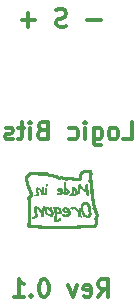
<source format=gbr>
G04 #@! TF.FileFunction,Legend,Bot*
%FSLAX46Y46*%
G04 Gerber Fmt 4.6, Leading zero omitted, Abs format (unit mm)*
G04 Created by KiCad (PCBNEW (2015-08-15 BZR 6092)-product) date 1/14/2016 9:18:36 PM*
%MOMM*%
G01*
G04 APERTURE LIST*
%ADD10C,0.100000*%
%ADD11C,0.300000*%
%ADD12C,0.002540*%
G04 APERTURE END LIST*
D10*
D11*
X143057142Y-85197143D02*
X141914285Y-85197143D01*
X140128571Y-85697143D02*
X139914285Y-85768571D01*
X139557142Y-85768571D01*
X139414285Y-85697143D01*
X139342856Y-85625714D01*
X139271428Y-85482857D01*
X139271428Y-85340000D01*
X139342856Y-85197143D01*
X139414285Y-85125714D01*
X139557142Y-85054286D01*
X139842856Y-84982857D01*
X139985714Y-84911429D01*
X140057142Y-84840000D01*
X140128571Y-84697143D01*
X140128571Y-84554286D01*
X140057142Y-84411429D01*
X139985714Y-84340000D01*
X139842856Y-84268571D01*
X139485714Y-84268571D01*
X139271428Y-84340000D01*
X137485714Y-85197143D02*
X136342857Y-85197143D01*
X136914286Y-85768571D02*
X136914286Y-84625714D01*
X142807142Y-108628571D02*
X143307142Y-107914286D01*
X143664285Y-108628571D02*
X143664285Y-107128571D01*
X143092857Y-107128571D01*
X142949999Y-107200000D01*
X142878571Y-107271429D01*
X142807142Y-107414286D01*
X142807142Y-107628571D01*
X142878571Y-107771429D01*
X142949999Y-107842857D01*
X143092857Y-107914286D01*
X143664285Y-107914286D01*
X141592857Y-108557143D02*
X141735714Y-108628571D01*
X142021428Y-108628571D01*
X142164285Y-108557143D01*
X142235714Y-108414286D01*
X142235714Y-107842857D01*
X142164285Y-107700000D01*
X142021428Y-107628571D01*
X141735714Y-107628571D01*
X141592857Y-107700000D01*
X141521428Y-107842857D01*
X141521428Y-107985714D01*
X142235714Y-108128571D01*
X141021428Y-107628571D02*
X140664285Y-108628571D01*
X140307143Y-107628571D01*
X138307143Y-107128571D02*
X138164286Y-107128571D01*
X138021429Y-107200000D01*
X137950000Y-107271429D01*
X137878571Y-107414286D01*
X137807143Y-107700000D01*
X137807143Y-108057143D01*
X137878571Y-108342857D01*
X137950000Y-108485714D01*
X138021429Y-108557143D01*
X138164286Y-108628571D01*
X138307143Y-108628571D01*
X138450000Y-108557143D01*
X138521429Y-108485714D01*
X138592857Y-108342857D01*
X138664286Y-108057143D01*
X138664286Y-107700000D01*
X138592857Y-107414286D01*
X138521429Y-107271429D01*
X138450000Y-107200000D01*
X138307143Y-107128571D01*
X137164286Y-108485714D02*
X137092858Y-108557143D01*
X137164286Y-108628571D01*
X137235715Y-108557143D01*
X137164286Y-108485714D01*
X137164286Y-108628571D01*
X135664286Y-108628571D02*
X136521429Y-108628571D01*
X136092857Y-108628571D02*
X136092857Y-107128571D01*
X136235714Y-107342857D01*
X136378572Y-107485714D01*
X136521429Y-107557143D01*
X144942143Y-95293571D02*
X145656429Y-95293571D01*
X145656429Y-93793571D01*
X144227857Y-95293571D02*
X144370715Y-95222143D01*
X144442143Y-95150714D01*
X144513572Y-95007857D01*
X144513572Y-94579286D01*
X144442143Y-94436429D01*
X144370715Y-94365000D01*
X144227857Y-94293571D01*
X144013572Y-94293571D01*
X143870715Y-94365000D01*
X143799286Y-94436429D01*
X143727857Y-94579286D01*
X143727857Y-95007857D01*
X143799286Y-95150714D01*
X143870715Y-95222143D01*
X144013572Y-95293571D01*
X144227857Y-95293571D01*
X142442143Y-94293571D02*
X142442143Y-95507857D01*
X142513572Y-95650714D01*
X142585000Y-95722143D01*
X142727857Y-95793571D01*
X142942143Y-95793571D01*
X143085000Y-95722143D01*
X142442143Y-95222143D02*
X142585000Y-95293571D01*
X142870714Y-95293571D01*
X143013572Y-95222143D01*
X143085000Y-95150714D01*
X143156429Y-95007857D01*
X143156429Y-94579286D01*
X143085000Y-94436429D01*
X143013572Y-94365000D01*
X142870714Y-94293571D01*
X142585000Y-94293571D01*
X142442143Y-94365000D01*
X141727857Y-95293571D02*
X141727857Y-94293571D01*
X141727857Y-93793571D02*
X141799286Y-93865000D01*
X141727857Y-93936429D01*
X141656429Y-93865000D01*
X141727857Y-93793571D01*
X141727857Y-93936429D01*
X140370714Y-95222143D02*
X140513571Y-95293571D01*
X140799285Y-95293571D01*
X140942143Y-95222143D01*
X141013571Y-95150714D01*
X141085000Y-95007857D01*
X141085000Y-94579286D01*
X141013571Y-94436429D01*
X140942143Y-94365000D01*
X140799285Y-94293571D01*
X140513571Y-94293571D01*
X140370714Y-94365000D01*
X138085000Y-94507857D02*
X137870714Y-94579286D01*
X137799286Y-94650714D01*
X137727857Y-94793571D01*
X137727857Y-95007857D01*
X137799286Y-95150714D01*
X137870714Y-95222143D01*
X138013572Y-95293571D01*
X138585000Y-95293571D01*
X138585000Y-93793571D01*
X138085000Y-93793571D01*
X137942143Y-93865000D01*
X137870714Y-93936429D01*
X137799286Y-94079286D01*
X137799286Y-94222143D01*
X137870714Y-94365000D01*
X137942143Y-94436429D01*
X138085000Y-94507857D01*
X138585000Y-94507857D01*
X137085000Y-95293571D02*
X137085000Y-94293571D01*
X137085000Y-93793571D02*
X137156429Y-93865000D01*
X137085000Y-93936429D01*
X137013572Y-93865000D01*
X137085000Y-93793571D01*
X137085000Y-93936429D01*
X136585000Y-94293571D02*
X136013571Y-94293571D01*
X136370714Y-93793571D02*
X136370714Y-95079286D01*
X136299286Y-95222143D01*
X136156428Y-95293571D01*
X136013571Y-95293571D01*
X135585000Y-95222143D02*
X135442143Y-95293571D01*
X135156428Y-95293571D01*
X135013571Y-95222143D01*
X134942143Y-95079286D01*
X134942143Y-95007857D01*
X135013571Y-94865000D01*
X135156428Y-94793571D01*
X135370714Y-94793571D01*
X135513571Y-94722143D01*
X135585000Y-94579286D01*
X135585000Y-94507857D01*
X135513571Y-94365000D01*
X135370714Y-94293571D01*
X135156428Y-94293571D01*
X135013571Y-94365000D01*
D12*
G36*
X136603740Y-98569780D02*
X136603740Y-98607880D01*
X136606280Y-98633280D01*
X136608820Y-98656140D01*
X136613900Y-98673920D01*
X136624060Y-98694240D01*
X136626600Y-98701860D01*
X136639300Y-98729800D01*
X136649460Y-98755200D01*
X136659620Y-98785680D01*
X136669780Y-98821240D01*
X136679940Y-98866960D01*
X136692640Y-98920300D01*
X136697720Y-98938080D01*
X136712960Y-99011740D01*
X136730740Y-99072700D01*
X136745980Y-99126040D01*
X136766300Y-99171760D01*
X136786620Y-99212400D01*
X136786620Y-98582480D01*
X136786620Y-98567240D01*
X136789160Y-98554540D01*
X136796780Y-98541840D01*
X136809480Y-98526600D01*
X136832340Y-98508820D01*
X136842500Y-98498660D01*
X136870440Y-98475800D01*
X136895840Y-98450400D01*
X136913620Y-98427540D01*
X136921240Y-98419920D01*
X136933940Y-98402140D01*
X136954260Y-98376740D01*
X136979660Y-98346260D01*
X137005060Y-98315780D01*
X137007600Y-98313240D01*
X137030460Y-98285300D01*
X137050780Y-98259900D01*
X137063480Y-98242120D01*
X137071100Y-98231960D01*
X137071100Y-98229420D01*
X137076180Y-98224340D01*
X137093960Y-98224340D01*
X137119360Y-98224340D01*
X137149840Y-98229420D01*
X137180320Y-98234500D01*
X137190480Y-98237040D01*
X137203180Y-98239580D01*
X137215880Y-98244660D01*
X137231120Y-98244660D01*
X137248900Y-98247200D01*
X137274300Y-98249740D01*
X137307320Y-98252280D01*
X137345420Y-98252280D01*
X137393680Y-98254820D01*
X137452100Y-98254820D01*
X137523220Y-98257360D01*
X137607040Y-98259900D01*
X137660380Y-98259900D01*
X137746740Y-98262440D01*
X137833100Y-98262440D01*
X137919460Y-98264980D01*
X138003280Y-98264980D01*
X138082020Y-98267520D01*
X138153140Y-98267520D01*
X138216640Y-98267520D01*
X138264900Y-98267520D01*
X138277600Y-98267520D01*
X138470640Y-98267520D01*
X138531600Y-98328480D01*
X138592560Y-98386900D01*
X138633200Y-98386900D01*
X138661140Y-98386900D01*
X138696700Y-98384360D01*
X138724640Y-98379280D01*
X138757660Y-98376740D01*
X138788140Y-98379280D01*
X138821160Y-98384360D01*
X138861800Y-98394520D01*
X138907520Y-98412300D01*
X138963400Y-98435160D01*
X138978640Y-98440240D01*
X139021820Y-98460560D01*
X139054840Y-98473260D01*
X139082780Y-98480880D01*
X139108180Y-98485960D01*
X139136120Y-98491040D01*
X139153900Y-98493580D01*
X139199620Y-98498660D01*
X139235180Y-98503740D01*
X139263120Y-98511360D01*
X139283440Y-98521520D01*
X139303760Y-98534220D01*
X139324080Y-98554540D01*
X139326620Y-98557080D01*
X139349480Y-98577400D01*
X139374880Y-98595180D01*
X139392660Y-98607880D01*
X139392660Y-98607880D01*
X139412980Y-98612960D01*
X139443460Y-98618040D01*
X139479020Y-98625660D01*
X139517120Y-98628200D01*
X139550140Y-98633280D01*
X139575540Y-98633280D01*
X139590780Y-98630740D01*
X139603480Y-98623120D01*
X139626340Y-98610420D01*
X139646660Y-98592640D01*
X139669520Y-98572320D01*
X139684760Y-98564700D01*
X139694920Y-98562160D01*
X139700000Y-98564700D01*
X139710160Y-98572320D01*
X139730480Y-98585020D01*
X139758420Y-98602800D01*
X139788900Y-98623120D01*
X139796520Y-98628200D01*
X139882880Y-98681540D01*
X139959080Y-98684080D01*
X139994640Y-98686620D01*
X140017500Y-98689160D01*
X140030200Y-98691700D01*
X140040360Y-98696780D01*
X140045440Y-98704400D01*
X140047980Y-98709480D01*
X140068300Y-98732340D01*
X140096240Y-98747580D01*
X140126720Y-98755200D01*
X140131800Y-98755200D01*
X140159740Y-98747580D01*
X140187680Y-98729800D01*
X140215620Y-98699320D01*
X140225780Y-98686620D01*
X140238480Y-98673920D01*
X140246100Y-98663760D01*
X140256260Y-98656140D01*
X140268960Y-98648520D01*
X140289280Y-98645980D01*
X140314680Y-98640900D01*
X140352780Y-98635820D01*
X140401040Y-98633280D01*
X140416280Y-98630740D01*
X140525500Y-98620580D01*
X140555980Y-98648520D01*
X140591540Y-98681540D01*
X140627100Y-98706940D01*
X140657580Y-98727260D01*
X140667740Y-98732340D01*
X140690600Y-98737420D01*
X140723620Y-98742500D01*
X140766800Y-98747580D01*
X140812520Y-98752660D01*
X140863320Y-98757740D01*
X140911580Y-98760280D01*
X140957300Y-98760280D01*
X140959840Y-98760280D01*
X141008100Y-98760280D01*
X141051280Y-98755200D01*
X141094460Y-98750120D01*
X141142720Y-98739960D01*
X141188440Y-98729800D01*
X141221460Y-98719640D01*
X141246860Y-98706940D01*
X141269720Y-98694240D01*
X141292580Y-98673920D01*
X141317980Y-98648520D01*
X141335760Y-98628200D01*
X141351000Y-98607880D01*
X141358620Y-98585020D01*
X141366240Y-98557080D01*
X141373860Y-98521520D01*
X141376400Y-98478340D01*
X141381480Y-98427540D01*
X141389100Y-98348800D01*
X141401800Y-98280220D01*
X141422120Y-98224340D01*
X141447520Y-98178620D01*
X141450060Y-98173540D01*
X141475460Y-98148140D01*
X141513560Y-98120200D01*
X141526260Y-98112580D01*
X141554200Y-98099880D01*
X141577060Y-98089720D01*
X141594840Y-98087180D01*
X141617700Y-98087180D01*
X141620240Y-98087180D01*
X141658340Y-98087180D01*
X141701520Y-98079560D01*
X141732000Y-98071940D01*
X141770100Y-98059240D01*
X141798040Y-98054160D01*
X141815820Y-98051620D01*
X141831060Y-98056700D01*
X141846300Y-98061780D01*
X141853920Y-98066860D01*
X141884400Y-98082100D01*
X141927580Y-98087180D01*
X141975840Y-98082100D01*
X141991080Y-98077020D01*
X142013940Y-98071940D01*
X142034260Y-98066860D01*
X142041880Y-98066860D01*
X142041880Y-98071940D01*
X142044420Y-98092260D01*
X142044420Y-98115120D01*
X142044420Y-98117660D01*
X142044420Y-98145600D01*
X142046960Y-98165920D01*
X142052040Y-98183700D01*
X142064740Y-98201480D01*
X142087600Y-98234500D01*
X142079980Y-98353880D01*
X142077440Y-98399600D01*
X142072360Y-98432620D01*
X142069820Y-98458020D01*
X142064740Y-98475800D01*
X142059660Y-98491040D01*
X142052040Y-98506280D01*
X142046960Y-98513900D01*
X142031720Y-98544380D01*
X142024100Y-98572320D01*
X142024100Y-98592640D01*
X142021560Y-98620580D01*
X142019020Y-98643440D01*
X142016480Y-98651060D01*
X142013940Y-98668840D01*
X142008860Y-98694240D01*
X142008860Y-98727260D01*
X142008860Y-98739960D01*
X142008860Y-98772980D01*
X142008860Y-98793300D01*
X142013940Y-98808540D01*
X142021560Y-98818700D01*
X142031720Y-98831400D01*
X142034260Y-98833940D01*
X142054580Y-98849180D01*
X142074900Y-98856800D01*
X142077440Y-98859340D01*
X142087600Y-98859340D01*
X142092680Y-98864420D01*
X142097760Y-98879660D01*
X142100300Y-98905060D01*
X142102840Y-98938080D01*
X142105380Y-98976180D01*
X142105380Y-98999040D01*
X142107920Y-99042220D01*
X142113000Y-99098100D01*
X142120620Y-99169220D01*
X142133320Y-99255580D01*
X142151100Y-99354640D01*
X142151100Y-99362260D01*
X142158720Y-99405440D01*
X142163800Y-99446080D01*
X142168880Y-99476560D01*
X142171420Y-99499420D01*
X142173960Y-99507040D01*
X142173960Y-99519740D01*
X142171420Y-99542600D01*
X142171420Y-99573080D01*
X142168880Y-99603560D01*
X142168880Y-99636580D01*
X142166340Y-99667060D01*
X142163800Y-99687380D01*
X142161260Y-99695000D01*
X142151100Y-99720400D01*
X142148560Y-99750880D01*
X142151100Y-99781360D01*
X142161260Y-99806760D01*
X142176500Y-99819460D01*
X142184120Y-99832160D01*
X142191740Y-99857560D01*
X142201900Y-99898200D01*
X142209520Y-99954080D01*
X142219680Y-100022660D01*
X142227300Y-100101400D01*
X142232380Y-100162360D01*
X142237460Y-100215700D01*
X142242540Y-100266500D01*
X142247620Y-100309680D01*
X142252700Y-100345240D01*
X142255240Y-100370640D01*
X142257780Y-100383340D01*
X142267940Y-100403660D01*
X142278100Y-100431600D01*
X142288260Y-100457000D01*
X142295880Y-100477320D01*
X142303500Y-100492560D01*
X142306040Y-100510340D01*
X142308580Y-100530660D01*
X142308580Y-100556060D01*
X142306040Y-100589080D01*
X142303500Y-100634800D01*
X142303500Y-100655120D01*
X142300960Y-100700840D01*
X142300960Y-100736400D01*
X142306040Y-100764340D01*
X142313660Y-100789740D01*
X142326360Y-100817680D01*
X142346680Y-100850700D01*
X142364460Y-100888800D01*
X142374620Y-100916740D01*
X142379700Y-100944680D01*
X142374620Y-100972620D01*
X142364460Y-101010720D01*
X142359380Y-101020880D01*
X142346680Y-101058980D01*
X142339060Y-101089460D01*
X142339060Y-101109780D01*
X142341600Y-101127560D01*
X142349220Y-101142800D01*
X142349220Y-101145340D01*
X142364460Y-101160580D01*
X142389860Y-101178360D01*
X142420340Y-101196140D01*
X142453360Y-101208840D01*
X142473680Y-101216460D01*
X142494000Y-101221540D01*
X142494000Y-101310440D01*
X142494000Y-101401880D01*
X142524480Y-101465380D01*
X142557500Y-101533960D01*
X142582900Y-101592380D01*
X142603220Y-101640640D01*
X142615920Y-101676200D01*
X142621000Y-101696520D01*
X142623540Y-101714300D01*
X142623540Y-101729540D01*
X142615920Y-101744780D01*
X142600680Y-101765100D01*
X142600680Y-101767640D01*
X142572740Y-101808280D01*
X142549880Y-101846380D01*
X142532100Y-101892100D01*
X142524480Y-101920040D01*
X142509240Y-101973380D01*
X142532100Y-102072440D01*
X142547340Y-102138480D01*
X142554960Y-102191820D01*
X142560040Y-102237540D01*
X142560040Y-102278180D01*
X142552420Y-102316280D01*
X142542260Y-102354380D01*
X142542260Y-102354380D01*
X142527020Y-102397560D01*
X142514320Y-102435660D01*
X142499080Y-102468680D01*
X142488920Y-102491540D01*
X142478760Y-102501700D01*
X142478760Y-102504240D01*
X142468600Y-102506780D01*
X142448280Y-102514400D01*
X142440660Y-102519480D01*
X142417800Y-102527100D01*
X142382240Y-102534720D01*
X142333980Y-102539800D01*
X142273020Y-102542340D01*
X142196820Y-102544880D01*
X142107920Y-102547420D01*
X142006320Y-102547420D01*
X141996160Y-102547420D01*
X141940280Y-102549960D01*
X141874240Y-102549960D01*
X141800580Y-102552500D01*
X141721840Y-102552500D01*
X141643100Y-102555040D01*
X141569440Y-102560120D01*
X141549120Y-102560120D01*
X141312900Y-102567740D01*
X141086840Y-102577900D01*
X140863320Y-102582980D01*
X140639800Y-102588060D01*
X140418820Y-102593140D01*
X140195300Y-102595680D01*
X139969240Y-102598220D01*
X139735560Y-102598220D01*
X139496800Y-102598220D01*
X139245340Y-102598220D01*
X138983720Y-102595680D01*
X138851640Y-102593140D01*
X138666220Y-102590600D01*
X138496040Y-102588060D01*
X138338560Y-102585520D01*
X138193780Y-102582980D01*
X138059160Y-102580440D01*
X137934700Y-102577900D01*
X137817860Y-102575360D01*
X137711180Y-102572820D01*
X137612120Y-102567740D01*
X137520680Y-102565200D01*
X137431780Y-102562660D01*
X137347960Y-102557580D01*
X137302240Y-102555040D01*
X137238740Y-102552500D01*
X137180320Y-102547420D01*
X137126980Y-102544880D01*
X137081260Y-102542340D01*
X137048240Y-102539800D01*
X137025380Y-102539800D01*
X137012680Y-102539800D01*
X137012680Y-102539800D01*
X137012680Y-102532180D01*
X137015220Y-102509320D01*
X137015220Y-102476300D01*
X137017760Y-102428040D01*
X137020300Y-102369620D01*
X137022840Y-102301040D01*
X137027920Y-102222300D01*
X137030460Y-102135940D01*
X137035540Y-102039420D01*
X137040620Y-101937820D01*
X137043160Y-101831140D01*
X137048240Y-101716840D01*
X137055860Y-101600000D01*
X137055860Y-101584760D01*
X137060940Y-101445060D01*
X137066020Y-101318060D01*
X137071100Y-101203760D01*
X137076180Y-101102160D01*
X137081260Y-101013260D01*
X137083800Y-100934520D01*
X137086340Y-100868480D01*
X137088880Y-100807520D01*
X137088880Y-100759260D01*
X137088880Y-100716080D01*
X137088880Y-100683060D01*
X137088880Y-100652580D01*
X137088880Y-100629720D01*
X137086340Y-100611940D01*
X137083800Y-100596700D01*
X137081260Y-100586540D01*
X137078720Y-100576380D01*
X137073640Y-100568760D01*
X137068560Y-100563680D01*
X137063480Y-100556060D01*
X137058400Y-100548440D01*
X137045700Y-100533200D01*
X137038080Y-100517960D01*
X137035540Y-100502720D01*
X137038080Y-100477320D01*
X137038080Y-100467160D01*
X137038080Y-100431600D01*
X137035540Y-100398580D01*
X137025380Y-100357940D01*
X137025380Y-100355400D01*
X137012680Y-100312220D01*
X137005060Y-100281740D01*
X137002520Y-100258880D01*
X137002520Y-100246180D01*
X137005060Y-100236020D01*
X137012680Y-100230940D01*
X137012680Y-100228400D01*
X137030460Y-100223320D01*
X137053320Y-100215700D01*
X137063480Y-100215700D01*
X137091420Y-100208080D01*
X137114280Y-100197920D01*
X137134600Y-100182680D01*
X137152380Y-100159820D01*
X137175240Y-100124260D01*
X137193020Y-100088700D01*
X137236200Y-99999800D01*
X137228580Y-99921060D01*
X137223500Y-99890580D01*
X137218420Y-99862640D01*
X137210800Y-99837240D01*
X137203180Y-99809300D01*
X137190480Y-99773740D01*
X137170160Y-99730560D01*
X137165080Y-99717860D01*
X137144760Y-99667060D01*
X137121900Y-99616260D01*
X137099040Y-99562920D01*
X137078720Y-99517200D01*
X137068560Y-99499420D01*
X137053320Y-99461320D01*
X137040620Y-99433380D01*
X137033000Y-99413060D01*
X137030460Y-99400360D01*
X137033000Y-99390200D01*
X137033000Y-99380040D01*
X137040620Y-99354640D01*
X137040620Y-99324160D01*
X137030460Y-99291140D01*
X137012680Y-99250500D01*
X136987280Y-99202240D01*
X136984740Y-99199700D01*
X136961880Y-99159060D01*
X136941560Y-99123500D01*
X136926320Y-99093020D01*
X136916160Y-99062540D01*
X136903460Y-99029520D01*
X136893300Y-98988880D01*
X136883140Y-98943160D01*
X136872980Y-98897440D01*
X136857740Y-98833940D01*
X136845040Y-98783140D01*
X136834880Y-98742500D01*
X136824720Y-98709480D01*
X136814560Y-98681540D01*
X136806940Y-98658680D01*
X136799320Y-98648520D01*
X136791700Y-98620580D01*
X136786620Y-98590100D01*
X136786620Y-98582480D01*
X136786620Y-99212400D01*
X136789160Y-99214940D01*
X136794240Y-99230180D01*
X136812020Y-99258120D01*
X136822180Y-99280980D01*
X136827260Y-99293680D01*
X136827260Y-99303840D01*
X136822180Y-99314000D01*
X136819640Y-99331780D01*
X136817100Y-99349560D01*
X136822180Y-99372420D01*
X136829800Y-99400360D01*
X136845040Y-99435920D01*
X136865360Y-99484180D01*
X136880600Y-99514660D01*
X136916160Y-99595940D01*
X136951720Y-99672140D01*
X136979660Y-99740720D01*
X137005060Y-99801680D01*
X137025380Y-99852480D01*
X137038080Y-99893120D01*
X137045700Y-99921060D01*
X137045700Y-99923600D01*
X137050780Y-99951540D01*
X137048240Y-99969320D01*
X137043160Y-99989640D01*
X137035540Y-100002340D01*
X137025380Y-100022660D01*
X137012680Y-100035360D01*
X136997440Y-100042980D01*
X136974580Y-100048060D01*
X136961880Y-100050600D01*
X136946640Y-100053140D01*
X136928860Y-100063300D01*
X136911080Y-100078540D01*
X136883140Y-100103940D01*
X136875520Y-100114100D01*
X136850120Y-100139500D01*
X136832340Y-100157280D01*
X136822180Y-100169980D01*
X136817100Y-100182680D01*
X136817100Y-100197920D01*
X136817100Y-100208080D01*
X136819640Y-100261420D01*
X136832340Y-100322380D01*
X136847580Y-100385880D01*
X136855200Y-100413820D01*
X136857740Y-100436680D01*
X136857740Y-100459540D01*
X136855200Y-100490020D01*
X136852660Y-100495100D01*
X136850120Y-100528120D01*
X136850120Y-100556060D01*
X136857740Y-100578920D01*
X136875520Y-100606860D01*
X136893300Y-100629720D01*
X136916160Y-100657660D01*
X136872980Y-101638100D01*
X136867900Y-101757480D01*
X136862820Y-101874320D01*
X136857740Y-101986080D01*
X136852660Y-102092760D01*
X136850120Y-102191820D01*
X136845040Y-102283260D01*
X136842500Y-102367080D01*
X136839960Y-102440740D01*
X136837420Y-102504240D01*
X136834880Y-102557580D01*
X136834880Y-102598220D01*
X136834880Y-102626160D01*
X136834880Y-102641400D01*
X136834880Y-102641400D01*
X136845040Y-102666800D01*
X136865360Y-102689660D01*
X136888220Y-102704900D01*
X136893300Y-102707440D01*
X136906000Y-102709980D01*
X136933940Y-102712520D01*
X136972040Y-102715060D01*
X137020300Y-102720140D01*
X137078720Y-102722680D01*
X137142220Y-102727760D01*
X137215880Y-102730300D01*
X137292080Y-102735380D01*
X137373360Y-102737920D01*
X137454640Y-102743000D01*
X137538460Y-102745540D01*
X137619740Y-102748080D01*
X137701020Y-102750620D01*
X137777220Y-102753160D01*
X137848340Y-102755700D01*
X137891520Y-102758240D01*
X137952480Y-102758240D01*
X138026140Y-102760780D01*
X138109960Y-102760780D01*
X138201400Y-102763320D01*
X138303000Y-102765860D01*
X138409680Y-102765860D01*
X138518900Y-102768400D01*
X138633200Y-102768400D01*
X138744960Y-102770940D01*
X138854180Y-102773480D01*
X138897360Y-102773480D01*
X138998960Y-102773480D01*
X139100560Y-102776020D01*
X139199620Y-102776020D01*
X139296140Y-102778560D01*
X139385040Y-102778560D01*
X139468860Y-102778560D01*
X139542520Y-102781100D01*
X139606020Y-102781100D01*
X139659360Y-102781100D01*
X139700000Y-102781100D01*
X139722860Y-102781100D01*
X139758420Y-102781100D01*
X139809220Y-102781100D01*
X139870180Y-102781100D01*
X139941300Y-102781100D01*
X140017500Y-102781100D01*
X140098780Y-102778560D01*
X140182600Y-102778560D01*
X140266420Y-102776020D01*
X140301980Y-102776020D01*
X140456920Y-102773480D01*
X140606780Y-102768400D01*
X140754100Y-102765860D01*
X140893800Y-102760780D01*
X141025880Y-102758240D01*
X141150340Y-102753160D01*
X141264640Y-102750620D01*
X141366240Y-102748080D01*
X141452600Y-102743000D01*
X141470380Y-102743000D01*
X141526260Y-102740460D01*
X141592300Y-102737920D01*
X141663420Y-102737920D01*
X141734540Y-102735380D01*
X141803120Y-102735380D01*
X141828520Y-102735380D01*
X141894560Y-102735380D01*
X141968220Y-102732840D01*
X142049500Y-102732840D01*
X142128240Y-102727760D01*
X142204440Y-102725220D01*
X142242540Y-102725220D01*
X142458440Y-102712520D01*
X142529560Y-102679500D01*
X142562580Y-102661720D01*
X142587980Y-102649020D01*
X142605760Y-102636320D01*
X142610840Y-102631240D01*
X142626080Y-102610920D01*
X142641320Y-102580440D01*
X142661640Y-102539800D01*
X142679420Y-102496620D01*
X142697200Y-102453440D01*
X142712440Y-102415340D01*
X142725140Y-102374700D01*
X142732760Y-102341680D01*
X142737840Y-102316280D01*
X142740380Y-102285800D01*
X142740380Y-102265480D01*
X142735300Y-102191820D01*
X142722600Y-102108000D01*
X142707360Y-102034340D01*
X142699740Y-101998780D01*
X142699740Y-101970840D01*
X142707360Y-101940360D01*
X142722600Y-101907340D01*
X142745460Y-101869240D01*
X142760700Y-101851460D01*
X142783560Y-101815900D01*
X142798800Y-101790500D01*
X142806420Y-101765100D01*
X142808960Y-101739700D01*
X142806420Y-101706680D01*
X142798800Y-101668580D01*
X142791180Y-101638100D01*
X142778480Y-101597460D01*
X142760700Y-101551740D01*
X142740380Y-101498400D01*
X142714980Y-101447600D01*
X142694660Y-101404420D01*
X142687040Y-101386640D01*
X142679420Y-101371400D01*
X142676880Y-101353620D01*
X142674340Y-101333300D01*
X142674340Y-101302820D01*
X142674340Y-101262180D01*
X142674340Y-101257100D01*
X142671800Y-101208840D01*
X142669260Y-101168200D01*
X142664180Y-101140260D01*
X142651480Y-101117400D01*
X142633700Y-101097080D01*
X142605760Y-101079300D01*
X142567660Y-101058980D01*
X142547340Y-101048820D01*
X142547340Y-101041200D01*
X142549880Y-101023420D01*
X142554960Y-100998020D01*
X142557500Y-100990400D01*
X142562580Y-100944680D01*
X142562580Y-100914200D01*
X142562580Y-100906580D01*
X142549880Y-100863400D01*
X142529560Y-100817680D01*
X142506700Y-100771960D01*
X142499080Y-100759260D01*
X142491460Y-100746560D01*
X142486380Y-100733860D01*
X142481300Y-100718620D01*
X142481300Y-100700840D01*
X142481300Y-100677980D01*
X142481300Y-100647500D01*
X142486380Y-100604320D01*
X142491460Y-100550980D01*
X142491460Y-100548440D01*
X142491460Y-100523040D01*
X142491460Y-100497640D01*
X142483840Y-100469700D01*
X142476220Y-100441760D01*
X142463520Y-100408740D01*
X142453360Y-100378260D01*
X142443200Y-100355400D01*
X142440660Y-100350320D01*
X142435580Y-100337620D01*
X142430500Y-100317300D01*
X142427960Y-100289360D01*
X142422880Y-100251260D01*
X142417800Y-100200460D01*
X142412720Y-100139500D01*
X142405100Y-100070920D01*
X142397480Y-100004880D01*
X142389860Y-99941380D01*
X142379700Y-99880420D01*
X142372080Y-99827080D01*
X142364460Y-99783900D01*
X142354300Y-99753420D01*
X142351760Y-99743260D01*
X142351760Y-99725480D01*
X142354300Y-99707700D01*
X142356840Y-99682300D01*
X142351760Y-99646740D01*
X142351760Y-99646740D01*
X142346680Y-99613720D01*
X142349220Y-99578160D01*
X142351760Y-99560380D01*
X142354300Y-99537520D01*
X142356840Y-99517200D01*
X142354300Y-99494340D01*
X142351760Y-99466400D01*
X142344140Y-99425760D01*
X142341600Y-99410520D01*
X142323820Y-99316540D01*
X142311120Y-99230180D01*
X142300960Y-99148900D01*
X142293340Y-99067620D01*
X142285720Y-98978720D01*
X142280640Y-98902520D01*
X142278100Y-98836480D01*
X142273020Y-98785680D01*
X142270480Y-98745040D01*
X142265400Y-98714560D01*
X142262860Y-98691700D01*
X142255240Y-98673920D01*
X142247620Y-98661220D01*
X142237460Y-98653600D01*
X142229840Y-98645980D01*
X142217140Y-98635820D01*
X142212060Y-98623120D01*
X142214600Y-98605340D01*
X142222220Y-98579940D01*
X142232380Y-98554540D01*
X142232380Y-98554540D01*
X142240000Y-98541840D01*
X142242540Y-98531680D01*
X142247620Y-98518980D01*
X142250160Y-98501200D01*
X142252700Y-98478340D01*
X142255240Y-98447860D01*
X142257780Y-98404680D01*
X142262860Y-98351340D01*
X142262860Y-98323400D01*
X142273020Y-98171000D01*
X142247620Y-98140520D01*
X142222220Y-98110040D01*
X142229840Y-98033840D01*
X142232380Y-97985580D01*
X142232380Y-97950020D01*
X142229840Y-97924620D01*
X142219680Y-97904300D01*
X142206980Y-97889060D01*
X142204440Y-97886520D01*
X142189200Y-97873820D01*
X142171420Y-97868740D01*
X142148560Y-97866200D01*
X142120620Y-97866200D01*
X142082520Y-97873820D01*
X142031720Y-97883980D01*
X142026640Y-97886520D01*
X141935200Y-97906840D01*
X141899640Y-97886520D01*
X141874240Y-97873820D01*
X141851380Y-97866200D01*
X141823440Y-97866200D01*
X141792960Y-97871280D01*
X141749780Y-97878900D01*
X141719300Y-97886520D01*
X141683740Y-97896680D01*
X141655800Y-97904300D01*
X141638020Y-97906840D01*
X141620240Y-97904300D01*
X141607540Y-97901760D01*
X141587220Y-97899220D01*
X141569440Y-97899220D01*
X141549120Y-97901760D01*
X141523720Y-97911920D01*
X141493240Y-97927160D01*
X141460220Y-97944940D01*
X141419580Y-97967800D01*
X141389100Y-97985580D01*
X141366240Y-98003360D01*
X141348460Y-98018600D01*
X141330680Y-98036380D01*
X141312900Y-98059240D01*
X141292580Y-98082100D01*
X141277340Y-98104960D01*
X141267180Y-98125280D01*
X141257020Y-98150680D01*
X141244320Y-98183700D01*
X141231620Y-98226880D01*
X141229080Y-98237040D01*
X141216380Y-98285300D01*
X141208760Y-98325940D01*
X141203680Y-98364040D01*
X141198600Y-98407220D01*
X141198600Y-98422460D01*
X141196060Y-98468180D01*
X141193520Y-98501200D01*
X141185900Y-98524060D01*
X141173200Y-98539300D01*
X141152880Y-98552000D01*
X141122400Y-98559620D01*
X141094460Y-98567240D01*
X141033500Y-98577400D01*
X140962380Y-98582480D01*
X140883640Y-98579940D01*
X140809980Y-98572320D01*
X140731240Y-98564700D01*
X140665200Y-98506280D01*
X140639800Y-98480880D01*
X140614400Y-98463100D01*
X140594080Y-98447860D01*
X140583920Y-98442780D01*
X140568680Y-98442780D01*
X140543280Y-98442780D01*
X140505180Y-98442780D01*
X140462000Y-98447860D01*
X140411200Y-98450400D01*
X140360400Y-98455480D01*
X140309600Y-98460560D01*
X140266420Y-98465640D01*
X140223240Y-98473260D01*
X140192760Y-98478340D01*
X140172440Y-98488500D01*
X140159740Y-98493580D01*
X140149580Y-98501200D01*
X140139420Y-98506280D01*
X140124180Y-98508820D01*
X140103860Y-98508820D01*
X140075920Y-98508820D01*
X140037820Y-98508820D01*
X139936220Y-98506280D01*
X139832080Y-98437700D01*
X139793980Y-98412300D01*
X139760960Y-98391980D01*
X139733020Y-98374200D01*
X139712700Y-98364040D01*
X139705080Y-98358960D01*
X139677140Y-98351340D01*
X139651740Y-98356420D01*
X139621260Y-98371660D01*
X139585700Y-98402140D01*
X139583160Y-98404680D01*
X139560300Y-98425000D01*
X139542520Y-98437700D01*
X139527280Y-98445320D01*
X139512040Y-98447860D01*
X139506960Y-98447860D01*
X139489180Y-98445320D01*
X139476480Y-98442780D01*
X139458700Y-98430080D01*
X139438380Y-98412300D01*
X139428220Y-98402140D01*
X139397740Y-98376740D01*
X139364720Y-98356420D01*
X139326620Y-98341180D01*
X139283440Y-98331020D01*
X139227560Y-98320860D01*
X139199620Y-98318320D01*
X139161520Y-98313240D01*
X139131040Y-98305620D01*
X139100560Y-98295460D01*
X139065000Y-98282760D01*
X139034520Y-98270060D01*
X138991340Y-98252280D01*
X138943080Y-98234500D01*
X138897360Y-98219260D01*
X138869420Y-98211640D01*
X138831320Y-98204020D01*
X138803380Y-98196400D01*
X138780520Y-98196400D01*
X138757660Y-98196400D01*
X138727180Y-98198940D01*
X138666220Y-98206560D01*
X138607800Y-98153220D01*
X138572240Y-98120200D01*
X138544300Y-98099880D01*
X138526520Y-98094800D01*
X138513820Y-98092260D01*
X138485880Y-98092260D01*
X138450320Y-98089720D01*
X138404600Y-98089720D01*
X138353800Y-98089720D01*
X138297920Y-98089720D01*
X138295380Y-98089720D01*
X138211560Y-98089720D01*
X138122660Y-98087180D01*
X138031220Y-98087180D01*
X137939780Y-98087180D01*
X137848340Y-98084640D01*
X137759440Y-98082100D01*
X137675620Y-98082100D01*
X137594340Y-98079560D01*
X137518140Y-98077020D01*
X137449560Y-98074480D01*
X137391140Y-98071940D01*
X137340340Y-98069400D01*
X137302240Y-98066860D01*
X137276840Y-98064320D01*
X137264140Y-98061780D01*
X137246360Y-98059240D01*
X137213340Y-98054160D01*
X137175240Y-98049080D01*
X137134600Y-98046540D01*
X137114280Y-98044000D01*
X137068560Y-98041460D01*
X137035540Y-98038920D01*
X137012680Y-98038920D01*
X136994900Y-98038920D01*
X136982200Y-98041460D01*
X136972040Y-98046540D01*
X136969500Y-98049080D01*
X136944100Y-98069400D01*
X136921240Y-98102420D01*
X136911080Y-98137980D01*
X136903460Y-98153220D01*
X136888220Y-98176080D01*
X136867900Y-98198940D01*
X136862820Y-98206560D01*
X136837420Y-98237040D01*
X136814560Y-98264980D01*
X136794240Y-98287840D01*
X136791700Y-98292920D01*
X136776460Y-98310700D01*
X136751060Y-98336100D01*
X136723120Y-98364040D01*
X136695180Y-98391980D01*
X136667240Y-98417380D01*
X136641840Y-98440240D01*
X136624060Y-98458020D01*
X136613900Y-98470720D01*
X136613900Y-98470720D01*
X136608820Y-98488500D01*
X136603740Y-98518980D01*
X136603740Y-98559620D01*
X136603740Y-98569780D01*
X136603740Y-98569780D01*
X136603740Y-98569780D01*
G37*
X136603740Y-98569780D02*
X136603740Y-98607880D01*
X136606280Y-98633280D01*
X136608820Y-98656140D01*
X136613900Y-98673920D01*
X136624060Y-98694240D01*
X136626600Y-98701860D01*
X136639300Y-98729800D01*
X136649460Y-98755200D01*
X136659620Y-98785680D01*
X136669780Y-98821240D01*
X136679940Y-98866960D01*
X136692640Y-98920300D01*
X136697720Y-98938080D01*
X136712960Y-99011740D01*
X136730740Y-99072700D01*
X136745980Y-99126040D01*
X136766300Y-99171760D01*
X136786620Y-99212400D01*
X136786620Y-98582480D01*
X136786620Y-98567240D01*
X136789160Y-98554540D01*
X136796780Y-98541840D01*
X136809480Y-98526600D01*
X136832340Y-98508820D01*
X136842500Y-98498660D01*
X136870440Y-98475800D01*
X136895840Y-98450400D01*
X136913620Y-98427540D01*
X136921240Y-98419920D01*
X136933940Y-98402140D01*
X136954260Y-98376740D01*
X136979660Y-98346260D01*
X137005060Y-98315780D01*
X137007600Y-98313240D01*
X137030460Y-98285300D01*
X137050780Y-98259900D01*
X137063480Y-98242120D01*
X137071100Y-98231960D01*
X137071100Y-98229420D01*
X137076180Y-98224340D01*
X137093960Y-98224340D01*
X137119360Y-98224340D01*
X137149840Y-98229420D01*
X137180320Y-98234500D01*
X137190480Y-98237040D01*
X137203180Y-98239580D01*
X137215880Y-98244660D01*
X137231120Y-98244660D01*
X137248900Y-98247200D01*
X137274300Y-98249740D01*
X137307320Y-98252280D01*
X137345420Y-98252280D01*
X137393680Y-98254820D01*
X137452100Y-98254820D01*
X137523220Y-98257360D01*
X137607040Y-98259900D01*
X137660380Y-98259900D01*
X137746740Y-98262440D01*
X137833100Y-98262440D01*
X137919460Y-98264980D01*
X138003280Y-98264980D01*
X138082020Y-98267520D01*
X138153140Y-98267520D01*
X138216640Y-98267520D01*
X138264900Y-98267520D01*
X138277600Y-98267520D01*
X138470640Y-98267520D01*
X138531600Y-98328480D01*
X138592560Y-98386900D01*
X138633200Y-98386900D01*
X138661140Y-98386900D01*
X138696700Y-98384360D01*
X138724640Y-98379280D01*
X138757660Y-98376740D01*
X138788140Y-98379280D01*
X138821160Y-98384360D01*
X138861800Y-98394520D01*
X138907520Y-98412300D01*
X138963400Y-98435160D01*
X138978640Y-98440240D01*
X139021820Y-98460560D01*
X139054840Y-98473260D01*
X139082780Y-98480880D01*
X139108180Y-98485960D01*
X139136120Y-98491040D01*
X139153900Y-98493580D01*
X139199620Y-98498660D01*
X139235180Y-98503740D01*
X139263120Y-98511360D01*
X139283440Y-98521520D01*
X139303760Y-98534220D01*
X139324080Y-98554540D01*
X139326620Y-98557080D01*
X139349480Y-98577400D01*
X139374880Y-98595180D01*
X139392660Y-98607880D01*
X139392660Y-98607880D01*
X139412980Y-98612960D01*
X139443460Y-98618040D01*
X139479020Y-98625660D01*
X139517120Y-98628200D01*
X139550140Y-98633280D01*
X139575540Y-98633280D01*
X139590780Y-98630740D01*
X139603480Y-98623120D01*
X139626340Y-98610420D01*
X139646660Y-98592640D01*
X139669520Y-98572320D01*
X139684760Y-98564700D01*
X139694920Y-98562160D01*
X139700000Y-98564700D01*
X139710160Y-98572320D01*
X139730480Y-98585020D01*
X139758420Y-98602800D01*
X139788900Y-98623120D01*
X139796520Y-98628200D01*
X139882880Y-98681540D01*
X139959080Y-98684080D01*
X139994640Y-98686620D01*
X140017500Y-98689160D01*
X140030200Y-98691700D01*
X140040360Y-98696780D01*
X140045440Y-98704400D01*
X140047980Y-98709480D01*
X140068300Y-98732340D01*
X140096240Y-98747580D01*
X140126720Y-98755200D01*
X140131800Y-98755200D01*
X140159740Y-98747580D01*
X140187680Y-98729800D01*
X140215620Y-98699320D01*
X140225780Y-98686620D01*
X140238480Y-98673920D01*
X140246100Y-98663760D01*
X140256260Y-98656140D01*
X140268960Y-98648520D01*
X140289280Y-98645980D01*
X140314680Y-98640900D01*
X140352780Y-98635820D01*
X140401040Y-98633280D01*
X140416280Y-98630740D01*
X140525500Y-98620580D01*
X140555980Y-98648520D01*
X140591540Y-98681540D01*
X140627100Y-98706940D01*
X140657580Y-98727260D01*
X140667740Y-98732340D01*
X140690600Y-98737420D01*
X140723620Y-98742500D01*
X140766800Y-98747580D01*
X140812520Y-98752660D01*
X140863320Y-98757740D01*
X140911580Y-98760280D01*
X140957300Y-98760280D01*
X140959840Y-98760280D01*
X141008100Y-98760280D01*
X141051280Y-98755200D01*
X141094460Y-98750120D01*
X141142720Y-98739960D01*
X141188440Y-98729800D01*
X141221460Y-98719640D01*
X141246860Y-98706940D01*
X141269720Y-98694240D01*
X141292580Y-98673920D01*
X141317980Y-98648520D01*
X141335760Y-98628200D01*
X141351000Y-98607880D01*
X141358620Y-98585020D01*
X141366240Y-98557080D01*
X141373860Y-98521520D01*
X141376400Y-98478340D01*
X141381480Y-98427540D01*
X141389100Y-98348800D01*
X141401800Y-98280220D01*
X141422120Y-98224340D01*
X141447520Y-98178620D01*
X141450060Y-98173540D01*
X141475460Y-98148140D01*
X141513560Y-98120200D01*
X141526260Y-98112580D01*
X141554200Y-98099880D01*
X141577060Y-98089720D01*
X141594840Y-98087180D01*
X141617700Y-98087180D01*
X141620240Y-98087180D01*
X141658340Y-98087180D01*
X141701520Y-98079560D01*
X141732000Y-98071940D01*
X141770100Y-98059240D01*
X141798040Y-98054160D01*
X141815820Y-98051620D01*
X141831060Y-98056700D01*
X141846300Y-98061780D01*
X141853920Y-98066860D01*
X141884400Y-98082100D01*
X141927580Y-98087180D01*
X141975840Y-98082100D01*
X141991080Y-98077020D01*
X142013940Y-98071940D01*
X142034260Y-98066860D01*
X142041880Y-98066860D01*
X142041880Y-98071940D01*
X142044420Y-98092260D01*
X142044420Y-98115120D01*
X142044420Y-98117660D01*
X142044420Y-98145600D01*
X142046960Y-98165920D01*
X142052040Y-98183700D01*
X142064740Y-98201480D01*
X142087600Y-98234500D01*
X142079980Y-98353880D01*
X142077440Y-98399600D01*
X142072360Y-98432620D01*
X142069820Y-98458020D01*
X142064740Y-98475800D01*
X142059660Y-98491040D01*
X142052040Y-98506280D01*
X142046960Y-98513900D01*
X142031720Y-98544380D01*
X142024100Y-98572320D01*
X142024100Y-98592640D01*
X142021560Y-98620580D01*
X142019020Y-98643440D01*
X142016480Y-98651060D01*
X142013940Y-98668840D01*
X142008860Y-98694240D01*
X142008860Y-98727260D01*
X142008860Y-98739960D01*
X142008860Y-98772980D01*
X142008860Y-98793300D01*
X142013940Y-98808540D01*
X142021560Y-98818700D01*
X142031720Y-98831400D01*
X142034260Y-98833940D01*
X142054580Y-98849180D01*
X142074900Y-98856800D01*
X142077440Y-98859340D01*
X142087600Y-98859340D01*
X142092680Y-98864420D01*
X142097760Y-98879660D01*
X142100300Y-98905060D01*
X142102840Y-98938080D01*
X142105380Y-98976180D01*
X142105380Y-98999040D01*
X142107920Y-99042220D01*
X142113000Y-99098100D01*
X142120620Y-99169220D01*
X142133320Y-99255580D01*
X142151100Y-99354640D01*
X142151100Y-99362260D01*
X142158720Y-99405440D01*
X142163800Y-99446080D01*
X142168880Y-99476560D01*
X142171420Y-99499420D01*
X142173960Y-99507040D01*
X142173960Y-99519740D01*
X142171420Y-99542600D01*
X142171420Y-99573080D01*
X142168880Y-99603560D01*
X142168880Y-99636580D01*
X142166340Y-99667060D01*
X142163800Y-99687380D01*
X142161260Y-99695000D01*
X142151100Y-99720400D01*
X142148560Y-99750880D01*
X142151100Y-99781360D01*
X142161260Y-99806760D01*
X142176500Y-99819460D01*
X142184120Y-99832160D01*
X142191740Y-99857560D01*
X142201900Y-99898200D01*
X142209520Y-99954080D01*
X142219680Y-100022660D01*
X142227300Y-100101400D01*
X142232380Y-100162360D01*
X142237460Y-100215700D01*
X142242540Y-100266500D01*
X142247620Y-100309680D01*
X142252700Y-100345240D01*
X142255240Y-100370640D01*
X142257780Y-100383340D01*
X142267940Y-100403660D01*
X142278100Y-100431600D01*
X142288260Y-100457000D01*
X142295880Y-100477320D01*
X142303500Y-100492560D01*
X142306040Y-100510340D01*
X142308580Y-100530660D01*
X142308580Y-100556060D01*
X142306040Y-100589080D01*
X142303500Y-100634800D01*
X142303500Y-100655120D01*
X142300960Y-100700840D01*
X142300960Y-100736400D01*
X142306040Y-100764340D01*
X142313660Y-100789740D01*
X142326360Y-100817680D01*
X142346680Y-100850700D01*
X142364460Y-100888800D01*
X142374620Y-100916740D01*
X142379700Y-100944680D01*
X142374620Y-100972620D01*
X142364460Y-101010720D01*
X142359380Y-101020880D01*
X142346680Y-101058980D01*
X142339060Y-101089460D01*
X142339060Y-101109780D01*
X142341600Y-101127560D01*
X142349220Y-101142800D01*
X142349220Y-101145340D01*
X142364460Y-101160580D01*
X142389860Y-101178360D01*
X142420340Y-101196140D01*
X142453360Y-101208840D01*
X142473680Y-101216460D01*
X142494000Y-101221540D01*
X142494000Y-101310440D01*
X142494000Y-101401880D01*
X142524480Y-101465380D01*
X142557500Y-101533960D01*
X142582900Y-101592380D01*
X142603220Y-101640640D01*
X142615920Y-101676200D01*
X142621000Y-101696520D01*
X142623540Y-101714300D01*
X142623540Y-101729540D01*
X142615920Y-101744780D01*
X142600680Y-101765100D01*
X142600680Y-101767640D01*
X142572740Y-101808280D01*
X142549880Y-101846380D01*
X142532100Y-101892100D01*
X142524480Y-101920040D01*
X142509240Y-101973380D01*
X142532100Y-102072440D01*
X142547340Y-102138480D01*
X142554960Y-102191820D01*
X142560040Y-102237540D01*
X142560040Y-102278180D01*
X142552420Y-102316280D01*
X142542260Y-102354380D01*
X142542260Y-102354380D01*
X142527020Y-102397560D01*
X142514320Y-102435660D01*
X142499080Y-102468680D01*
X142488920Y-102491540D01*
X142478760Y-102501700D01*
X142478760Y-102504240D01*
X142468600Y-102506780D01*
X142448280Y-102514400D01*
X142440660Y-102519480D01*
X142417800Y-102527100D01*
X142382240Y-102534720D01*
X142333980Y-102539800D01*
X142273020Y-102542340D01*
X142196820Y-102544880D01*
X142107920Y-102547420D01*
X142006320Y-102547420D01*
X141996160Y-102547420D01*
X141940280Y-102549960D01*
X141874240Y-102549960D01*
X141800580Y-102552500D01*
X141721840Y-102552500D01*
X141643100Y-102555040D01*
X141569440Y-102560120D01*
X141549120Y-102560120D01*
X141312900Y-102567740D01*
X141086840Y-102577900D01*
X140863320Y-102582980D01*
X140639800Y-102588060D01*
X140418820Y-102593140D01*
X140195300Y-102595680D01*
X139969240Y-102598220D01*
X139735560Y-102598220D01*
X139496800Y-102598220D01*
X139245340Y-102598220D01*
X138983720Y-102595680D01*
X138851640Y-102593140D01*
X138666220Y-102590600D01*
X138496040Y-102588060D01*
X138338560Y-102585520D01*
X138193780Y-102582980D01*
X138059160Y-102580440D01*
X137934700Y-102577900D01*
X137817860Y-102575360D01*
X137711180Y-102572820D01*
X137612120Y-102567740D01*
X137520680Y-102565200D01*
X137431780Y-102562660D01*
X137347960Y-102557580D01*
X137302240Y-102555040D01*
X137238740Y-102552500D01*
X137180320Y-102547420D01*
X137126980Y-102544880D01*
X137081260Y-102542340D01*
X137048240Y-102539800D01*
X137025380Y-102539800D01*
X137012680Y-102539800D01*
X137012680Y-102539800D01*
X137012680Y-102532180D01*
X137015220Y-102509320D01*
X137015220Y-102476300D01*
X137017760Y-102428040D01*
X137020300Y-102369620D01*
X137022840Y-102301040D01*
X137027920Y-102222300D01*
X137030460Y-102135940D01*
X137035540Y-102039420D01*
X137040620Y-101937820D01*
X137043160Y-101831140D01*
X137048240Y-101716840D01*
X137055860Y-101600000D01*
X137055860Y-101584760D01*
X137060940Y-101445060D01*
X137066020Y-101318060D01*
X137071100Y-101203760D01*
X137076180Y-101102160D01*
X137081260Y-101013260D01*
X137083800Y-100934520D01*
X137086340Y-100868480D01*
X137088880Y-100807520D01*
X137088880Y-100759260D01*
X137088880Y-100716080D01*
X137088880Y-100683060D01*
X137088880Y-100652580D01*
X137088880Y-100629720D01*
X137086340Y-100611940D01*
X137083800Y-100596700D01*
X137081260Y-100586540D01*
X137078720Y-100576380D01*
X137073640Y-100568760D01*
X137068560Y-100563680D01*
X137063480Y-100556060D01*
X137058400Y-100548440D01*
X137045700Y-100533200D01*
X137038080Y-100517960D01*
X137035540Y-100502720D01*
X137038080Y-100477320D01*
X137038080Y-100467160D01*
X137038080Y-100431600D01*
X137035540Y-100398580D01*
X137025380Y-100357940D01*
X137025380Y-100355400D01*
X137012680Y-100312220D01*
X137005060Y-100281740D01*
X137002520Y-100258880D01*
X137002520Y-100246180D01*
X137005060Y-100236020D01*
X137012680Y-100230940D01*
X137012680Y-100228400D01*
X137030460Y-100223320D01*
X137053320Y-100215700D01*
X137063480Y-100215700D01*
X137091420Y-100208080D01*
X137114280Y-100197920D01*
X137134600Y-100182680D01*
X137152380Y-100159820D01*
X137175240Y-100124260D01*
X137193020Y-100088700D01*
X137236200Y-99999800D01*
X137228580Y-99921060D01*
X137223500Y-99890580D01*
X137218420Y-99862640D01*
X137210800Y-99837240D01*
X137203180Y-99809300D01*
X137190480Y-99773740D01*
X137170160Y-99730560D01*
X137165080Y-99717860D01*
X137144760Y-99667060D01*
X137121900Y-99616260D01*
X137099040Y-99562920D01*
X137078720Y-99517200D01*
X137068560Y-99499420D01*
X137053320Y-99461320D01*
X137040620Y-99433380D01*
X137033000Y-99413060D01*
X137030460Y-99400360D01*
X137033000Y-99390200D01*
X137033000Y-99380040D01*
X137040620Y-99354640D01*
X137040620Y-99324160D01*
X137030460Y-99291140D01*
X137012680Y-99250500D01*
X136987280Y-99202240D01*
X136984740Y-99199700D01*
X136961880Y-99159060D01*
X136941560Y-99123500D01*
X136926320Y-99093020D01*
X136916160Y-99062540D01*
X136903460Y-99029520D01*
X136893300Y-98988880D01*
X136883140Y-98943160D01*
X136872980Y-98897440D01*
X136857740Y-98833940D01*
X136845040Y-98783140D01*
X136834880Y-98742500D01*
X136824720Y-98709480D01*
X136814560Y-98681540D01*
X136806940Y-98658680D01*
X136799320Y-98648520D01*
X136791700Y-98620580D01*
X136786620Y-98590100D01*
X136786620Y-98582480D01*
X136786620Y-99212400D01*
X136789160Y-99214940D01*
X136794240Y-99230180D01*
X136812020Y-99258120D01*
X136822180Y-99280980D01*
X136827260Y-99293680D01*
X136827260Y-99303840D01*
X136822180Y-99314000D01*
X136819640Y-99331780D01*
X136817100Y-99349560D01*
X136822180Y-99372420D01*
X136829800Y-99400360D01*
X136845040Y-99435920D01*
X136865360Y-99484180D01*
X136880600Y-99514660D01*
X136916160Y-99595940D01*
X136951720Y-99672140D01*
X136979660Y-99740720D01*
X137005060Y-99801680D01*
X137025380Y-99852480D01*
X137038080Y-99893120D01*
X137045700Y-99921060D01*
X137045700Y-99923600D01*
X137050780Y-99951540D01*
X137048240Y-99969320D01*
X137043160Y-99989640D01*
X137035540Y-100002340D01*
X137025380Y-100022660D01*
X137012680Y-100035360D01*
X136997440Y-100042980D01*
X136974580Y-100048060D01*
X136961880Y-100050600D01*
X136946640Y-100053140D01*
X136928860Y-100063300D01*
X136911080Y-100078540D01*
X136883140Y-100103940D01*
X136875520Y-100114100D01*
X136850120Y-100139500D01*
X136832340Y-100157280D01*
X136822180Y-100169980D01*
X136817100Y-100182680D01*
X136817100Y-100197920D01*
X136817100Y-100208080D01*
X136819640Y-100261420D01*
X136832340Y-100322380D01*
X136847580Y-100385880D01*
X136855200Y-100413820D01*
X136857740Y-100436680D01*
X136857740Y-100459540D01*
X136855200Y-100490020D01*
X136852660Y-100495100D01*
X136850120Y-100528120D01*
X136850120Y-100556060D01*
X136857740Y-100578920D01*
X136875520Y-100606860D01*
X136893300Y-100629720D01*
X136916160Y-100657660D01*
X136872980Y-101638100D01*
X136867900Y-101757480D01*
X136862820Y-101874320D01*
X136857740Y-101986080D01*
X136852660Y-102092760D01*
X136850120Y-102191820D01*
X136845040Y-102283260D01*
X136842500Y-102367080D01*
X136839960Y-102440740D01*
X136837420Y-102504240D01*
X136834880Y-102557580D01*
X136834880Y-102598220D01*
X136834880Y-102626160D01*
X136834880Y-102641400D01*
X136834880Y-102641400D01*
X136845040Y-102666800D01*
X136865360Y-102689660D01*
X136888220Y-102704900D01*
X136893300Y-102707440D01*
X136906000Y-102709980D01*
X136933940Y-102712520D01*
X136972040Y-102715060D01*
X137020300Y-102720140D01*
X137078720Y-102722680D01*
X137142220Y-102727760D01*
X137215880Y-102730300D01*
X137292080Y-102735380D01*
X137373360Y-102737920D01*
X137454640Y-102743000D01*
X137538460Y-102745540D01*
X137619740Y-102748080D01*
X137701020Y-102750620D01*
X137777220Y-102753160D01*
X137848340Y-102755700D01*
X137891520Y-102758240D01*
X137952480Y-102758240D01*
X138026140Y-102760780D01*
X138109960Y-102760780D01*
X138201400Y-102763320D01*
X138303000Y-102765860D01*
X138409680Y-102765860D01*
X138518900Y-102768400D01*
X138633200Y-102768400D01*
X138744960Y-102770940D01*
X138854180Y-102773480D01*
X138897360Y-102773480D01*
X138998960Y-102773480D01*
X139100560Y-102776020D01*
X139199620Y-102776020D01*
X139296140Y-102778560D01*
X139385040Y-102778560D01*
X139468860Y-102778560D01*
X139542520Y-102781100D01*
X139606020Y-102781100D01*
X139659360Y-102781100D01*
X139700000Y-102781100D01*
X139722860Y-102781100D01*
X139758420Y-102781100D01*
X139809220Y-102781100D01*
X139870180Y-102781100D01*
X139941300Y-102781100D01*
X140017500Y-102781100D01*
X140098780Y-102778560D01*
X140182600Y-102778560D01*
X140266420Y-102776020D01*
X140301980Y-102776020D01*
X140456920Y-102773480D01*
X140606780Y-102768400D01*
X140754100Y-102765860D01*
X140893800Y-102760780D01*
X141025880Y-102758240D01*
X141150340Y-102753160D01*
X141264640Y-102750620D01*
X141366240Y-102748080D01*
X141452600Y-102743000D01*
X141470380Y-102743000D01*
X141526260Y-102740460D01*
X141592300Y-102737920D01*
X141663420Y-102737920D01*
X141734540Y-102735380D01*
X141803120Y-102735380D01*
X141828520Y-102735380D01*
X141894560Y-102735380D01*
X141968220Y-102732840D01*
X142049500Y-102732840D01*
X142128240Y-102727760D01*
X142204440Y-102725220D01*
X142242540Y-102725220D01*
X142458440Y-102712520D01*
X142529560Y-102679500D01*
X142562580Y-102661720D01*
X142587980Y-102649020D01*
X142605760Y-102636320D01*
X142610840Y-102631240D01*
X142626080Y-102610920D01*
X142641320Y-102580440D01*
X142661640Y-102539800D01*
X142679420Y-102496620D01*
X142697200Y-102453440D01*
X142712440Y-102415340D01*
X142725140Y-102374700D01*
X142732760Y-102341680D01*
X142737840Y-102316280D01*
X142740380Y-102285800D01*
X142740380Y-102265480D01*
X142735300Y-102191820D01*
X142722600Y-102108000D01*
X142707360Y-102034340D01*
X142699740Y-101998780D01*
X142699740Y-101970840D01*
X142707360Y-101940360D01*
X142722600Y-101907340D01*
X142745460Y-101869240D01*
X142760700Y-101851460D01*
X142783560Y-101815900D01*
X142798800Y-101790500D01*
X142806420Y-101765100D01*
X142808960Y-101739700D01*
X142806420Y-101706680D01*
X142798800Y-101668580D01*
X142791180Y-101638100D01*
X142778480Y-101597460D01*
X142760700Y-101551740D01*
X142740380Y-101498400D01*
X142714980Y-101447600D01*
X142694660Y-101404420D01*
X142687040Y-101386640D01*
X142679420Y-101371400D01*
X142676880Y-101353620D01*
X142674340Y-101333300D01*
X142674340Y-101302820D01*
X142674340Y-101262180D01*
X142674340Y-101257100D01*
X142671800Y-101208840D01*
X142669260Y-101168200D01*
X142664180Y-101140260D01*
X142651480Y-101117400D01*
X142633700Y-101097080D01*
X142605760Y-101079300D01*
X142567660Y-101058980D01*
X142547340Y-101048820D01*
X142547340Y-101041200D01*
X142549880Y-101023420D01*
X142554960Y-100998020D01*
X142557500Y-100990400D01*
X142562580Y-100944680D01*
X142562580Y-100914200D01*
X142562580Y-100906580D01*
X142549880Y-100863400D01*
X142529560Y-100817680D01*
X142506700Y-100771960D01*
X142499080Y-100759260D01*
X142491460Y-100746560D01*
X142486380Y-100733860D01*
X142481300Y-100718620D01*
X142481300Y-100700840D01*
X142481300Y-100677980D01*
X142481300Y-100647500D01*
X142486380Y-100604320D01*
X142491460Y-100550980D01*
X142491460Y-100548440D01*
X142491460Y-100523040D01*
X142491460Y-100497640D01*
X142483840Y-100469700D01*
X142476220Y-100441760D01*
X142463520Y-100408740D01*
X142453360Y-100378260D01*
X142443200Y-100355400D01*
X142440660Y-100350320D01*
X142435580Y-100337620D01*
X142430500Y-100317300D01*
X142427960Y-100289360D01*
X142422880Y-100251260D01*
X142417800Y-100200460D01*
X142412720Y-100139500D01*
X142405100Y-100070920D01*
X142397480Y-100004880D01*
X142389860Y-99941380D01*
X142379700Y-99880420D01*
X142372080Y-99827080D01*
X142364460Y-99783900D01*
X142354300Y-99753420D01*
X142351760Y-99743260D01*
X142351760Y-99725480D01*
X142354300Y-99707700D01*
X142356840Y-99682300D01*
X142351760Y-99646740D01*
X142351760Y-99646740D01*
X142346680Y-99613720D01*
X142349220Y-99578160D01*
X142351760Y-99560380D01*
X142354300Y-99537520D01*
X142356840Y-99517200D01*
X142354300Y-99494340D01*
X142351760Y-99466400D01*
X142344140Y-99425760D01*
X142341600Y-99410520D01*
X142323820Y-99316540D01*
X142311120Y-99230180D01*
X142300960Y-99148900D01*
X142293340Y-99067620D01*
X142285720Y-98978720D01*
X142280640Y-98902520D01*
X142278100Y-98836480D01*
X142273020Y-98785680D01*
X142270480Y-98745040D01*
X142265400Y-98714560D01*
X142262860Y-98691700D01*
X142255240Y-98673920D01*
X142247620Y-98661220D01*
X142237460Y-98653600D01*
X142229840Y-98645980D01*
X142217140Y-98635820D01*
X142212060Y-98623120D01*
X142214600Y-98605340D01*
X142222220Y-98579940D01*
X142232380Y-98554540D01*
X142232380Y-98554540D01*
X142240000Y-98541840D01*
X142242540Y-98531680D01*
X142247620Y-98518980D01*
X142250160Y-98501200D01*
X142252700Y-98478340D01*
X142255240Y-98447860D01*
X142257780Y-98404680D01*
X142262860Y-98351340D01*
X142262860Y-98323400D01*
X142273020Y-98171000D01*
X142247620Y-98140520D01*
X142222220Y-98110040D01*
X142229840Y-98033840D01*
X142232380Y-97985580D01*
X142232380Y-97950020D01*
X142229840Y-97924620D01*
X142219680Y-97904300D01*
X142206980Y-97889060D01*
X142204440Y-97886520D01*
X142189200Y-97873820D01*
X142171420Y-97868740D01*
X142148560Y-97866200D01*
X142120620Y-97866200D01*
X142082520Y-97873820D01*
X142031720Y-97883980D01*
X142026640Y-97886520D01*
X141935200Y-97906840D01*
X141899640Y-97886520D01*
X141874240Y-97873820D01*
X141851380Y-97866200D01*
X141823440Y-97866200D01*
X141792960Y-97871280D01*
X141749780Y-97878900D01*
X141719300Y-97886520D01*
X141683740Y-97896680D01*
X141655800Y-97904300D01*
X141638020Y-97906840D01*
X141620240Y-97904300D01*
X141607540Y-97901760D01*
X141587220Y-97899220D01*
X141569440Y-97899220D01*
X141549120Y-97901760D01*
X141523720Y-97911920D01*
X141493240Y-97927160D01*
X141460220Y-97944940D01*
X141419580Y-97967800D01*
X141389100Y-97985580D01*
X141366240Y-98003360D01*
X141348460Y-98018600D01*
X141330680Y-98036380D01*
X141312900Y-98059240D01*
X141292580Y-98082100D01*
X141277340Y-98104960D01*
X141267180Y-98125280D01*
X141257020Y-98150680D01*
X141244320Y-98183700D01*
X141231620Y-98226880D01*
X141229080Y-98237040D01*
X141216380Y-98285300D01*
X141208760Y-98325940D01*
X141203680Y-98364040D01*
X141198600Y-98407220D01*
X141198600Y-98422460D01*
X141196060Y-98468180D01*
X141193520Y-98501200D01*
X141185900Y-98524060D01*
X141173200Y-98539300D01*
X141152880Y-98552000D01*
X141122400Y-98559620D01*
X141094460Y-98567240D01*
X141033500Y-98577400D01*
X140962380Y-98582480D01*
X140883640Y-98579940D01*
X140809980Y-98572320D01*
X140731240Y-98564700D01*
X140665200Y-98506280D01*
X140639800Y-98480880D01*
X140614400Y-98463100D01*
X140594080Y-98447860D01*
X140583920Y-98442780D01*
X140568680Y-98442780D01*
X140543280Y-98442780D01*
X140505180Y-98442780D01*
X140462000Y-98447860D01*
X140411200Y-98450400D01*
X140360400Y-98455480D01*
X140309600Y-98460560D01*
X140266420Y-98465640D01*
X140223240Y-98473260D01*
X140192760Y-98478340D01*
X140172440Y-98488500D01*
X140159740Y-98493580D01*
X140149580Y-98501200D01*
X140139420Y-98506280D01*
X140124180Y-98508820D01*
X140103860Y-98508820D01*
X140075920Y-98508820D01*
X140037820Y-98508820D01*
X139936220Y-98506280D01*
X139832080Y-98437700D01*
X139793980Y-98412300D01*
X139760960Y-98391980D01*
X139733020Y-98374200D01*
X139712700Y-98364040D01*
X139705080Y-98358960D01*
X139677140Y-98351340D01*
X139651740Y-98356420D01*
X139621260Y-98371660D01*
X139585700Y-98402140D01*
X139583160Y-98404680D01*
X139560300Y-98425000D01*
X139542520Y-98437700D01*
X139527280Y-98445320D01*
X139512040Y-98447860D01*
X139506960Y-98447860D01*
X139489180Y-98445320D01*
X139476480Y-98442780D01*
X139458700Y-98430080D01*
X139438380Y-98412300D01*
X139428220Y-98402140D01*
X139397740Y-98376740D01*
X139364720Y-98356420D01*
X139326620Y-98341180D01*
X139283440Y-98331020D01*
X139227560Y-98320860D01*
X139199620Y-98318320D01*
X139161520Y-98313240D01*
X139131040Y-98305620D01*
X139100560Y-98295460D01*
X139065000Y-98282760D01*
X139034520Y-98270060D01*
X138991340Y-98252280D01*
X138943080Y-98234500D01*
X138897360Y-98219260D01*
X138869420Y-98211640D01*
X138831320Y-98204020D01*
X138803380Y-98196400D01*
X138780520Y-98196400D01*
X138757660Y-98196400D01*
X138727180Y-98198940D01*
X138666220Y-98206560D01*
X138607800Y-98153220D01*
X138572240Y-98120200D01*
X138544300Y-98099880D01*
X138526520Y-98094800D01*
X138513820Y-98092260D01*
X138485880Y-98092260D01*
X138450320Y-98089720D01*
X138404600Y-98089720D01*
X138353800Y-98089720D01*
X138297920Y-98089720D01*
X138295380Y-98089720D01*
X138211560Y-98089720D01*
X138122660Y-98087180D01*
X138031220Y-98087180D01*
X137939780Y-98087180D01*
X137848340Y-98084640D01*
X137759440Y-98082100D01*
X137675620Y-98082100D01*
X137594340Y-98079560D01*
X137518140Y-98077020D01*
X137449560Y-98074480D01*
X137391140Y-98071940D01*
X137340340Y-98069400D01*
X137302240Y-98066860D01*
X137276840Y-98064320D01*
X137264140Y-98061780D01*
X137246360Y-98059240D01*
X137213340Y-98054160D01*
X137175240Y-98049080D01*
X137134600Y-98046540D01*
X137114280Y-98044000D01*
X137068560Y-98041460D01*
X137035540Y-98038920D01*
X137012680Y-98038920D01*
X136994900Y-98038920D01*
X136982200Y-98041460D01*
X136972040Y-98046540D01*
X136969500Y-98049080D01*
X136944100Y-98069400D01*
X136921240Y-98102420D01*
X136911080Y-98137980D01*
X136903460Y-98153220D01*
X136888220Y-98176080D01*
X136867900Y-98198940D01*
X136862820Y-98206560D01*
X136837420Y-98237040D01*
X136814560Y-98264980D01*
X136794240Y-98287840D01*
X136791700Y-98292920D01*
X136776460Y-98310700D01*
X136751060Y-98336100D01*
X136723120Y-98364040D01*
X136695180Y-98391980D01*
X136667240Y-98417380D01*
X136641840Y-98440240D01*
X136624060Y-98458020D01*
X136613900Y-98470720D01*
X136613900Y-98470720D01*
X136608820Y-98488500D01*
X136603740Y-98518980D01*
X136603740Y-98559620D01*
X136603740Y-98569780D01*
X136603740Y-98569780D01*
G36*
X139029440Y-101033580D02*
X139029440Y-101051360D01*
X139031980Y-101056440D01*
X139034520Y-101076760D01*
X139044680Y-101104700D01*
X139057380Y-101137720D01*
X139067540Y-101163120D01*
X139085320Y-101206300D01*
X139098020Y-101239320D01*
X139105640Y-101262180D01*
X139108180Y-101279960D01*
X139103100Y-101295200D01*
X139098020Y-101307900D01*
X139082780Y-101325680D01*
X139067540Y-101340920D01*
X139054840Y-101353620D01*
X139052300Y-101366320D01*
X139057380Y-101381560D01*
X139075160Y-101401880D01*
X139077700Y-101406960D01*
X139100560Y-101432360D01*
X139115800Y-101455220D01*
X139125960Y-101475540D01*
X139131040Y-101503480D01*
X139136120Y-101536500D01*
X139138660Y-101579680D01*
X139138660Y-101592380D01*
X139138660Y-101645720D01*
X139138660Y-101696520D01*
X139133580Y-101749860D01*
X139128500Y-101808280D01*
X139118340Y-101876860D01*
X139108180Y-101953060D01*
X139100560Y-101991160D01*
X139092940Y-102047040D01*
X139085320Y-102090220D01*
X139082780Y-102123240D01*
X139080240Y-102146100D01*
X139082780Y-102163880D01*
X139085320Y-102176580D01*
X139090400Y-102186740D01*
X139090400Y-102189280D01*
X139098020Y-102196900D01*
X139105640Y-102199440D01*
X139118340Y-102201980D01*
X139138660Y-102204520D01*
X139169140Y-102204520D01*
X139186920Y-102204520D01*
X139222480Y-102204520D01*
X139240260Y-102201980D01*
X139240260Y-101272340D01*
X139247880Y-101226620D01*
X139263120Y-101183440D01*
X139285980Y-101147880D01*
X139291060Y-101140260D01*
X139316460Y-101125020D01*
X139346940Y-101122480D01*
X139377420Y-101130100D01*
X139407900Y-101147880D01*
X139438380Y-101175820D01*
X139463780Y-101208840D01*
X139481560Y-101249480D01*
X139486640Y-101259640D01*
X139491720Y-101282500D01*
X139496800Y-101310440D01*
X139501880Y-101340920D01*
X139506960Y-101371400D01*
X139509500Y-101399340D01*
X139512040Y-101417120D01*
X139509500Y-101427280D01*
X139499340Y-101429820D01*
X139479020Y-101434900D01*
X139451080Y-101439980D01*
X139420600Y-101442520D01*
X139392660Y-101445060D01*
X139369800Y-101447600D01*
X139359640Y-101447600D01*
X139336780Y-101439980D01*
X139311380Y-101424740D01*
X139301220Y-101414580D01*
X139280900Y-101391720D01*
X139263120Y-101368860D01*
X139258040Y-101356160D01*
X139242800Y-101318060D01*
X139240260Y-101272340D01*
X139240260Y-102201980D01*
X139255500Y-102201980D01*
X139278360Y-102201980D01*
X139288520Y-102199440D01*
X139326620Y-102191820D01*
X139369800Y-102181660D01*
X139415520Y-102166420D01*
X139456160Y-102153720D01*
X139486640Y-102138480D01*
X139491720Y-102138480D01*
X139529820Y-102115620D01*
X139565380Y-102087680D01*
X139595860Y-102057200D01*
X139616180Y-102029260D01*
X139628880Y-102003860D01*
X139628880Y-101981000D01*
X139628880Y-101981000D01*
X139616180Y-101960680D01*
X139595860Y-101942900D01*
X139575540Y-101935280D01*
X139575540Y-101935280D01*
X139560300Y-101942900D01*
X139537440Y-101958140D01*
X139504420Y-101986080D01*
X139499340Y-101988620D01*
X139456160Y-102026720D01*
X139412980Y-102054660D01*
X139369800Y-102074980D01*
X139329160Y-102087680D01*
X139296140Y-102092760D01*
X139268200Y-102085140D01*
X139260580Y-102080060D01*
X139250420Y-102072440D01*
X139247880Y-102064820D01*
X139247880Y-102049580D01*
X139252960Y-102026720D01*
X139255500Y-102024180D01*
X139258040Y-102003860D01*
X139263120Y-101973380D01*
X139268200Y-101932740D01*
X139270740Y-101881940D01*
X139275820Y-101815900D01*
X139280900Y-101739700D01*
X139285980Y-101648260D01*
X139288520Y-101622860D01*
X139293600Y-101531420D01*
X139428220Y-101531420D01*
X139486640Y-101531420D01*
X139529820Y-101531420D01*
X139565380Y-101528880D01*
X139593320Y-101521260D01*
X139613640Y-101513640D01*
X139631420Y-101498400D01*
X139649200Y-101483160D01*
X139654280Y-101478080D01*
X139669520Y-101457760D01*
X139674600Y-101445060D01*
X139674600Y-101424740D01*
X139672060Y-101414580D01*
X139656820Y-101328220D01*
X139631420Y-101252020D01*
X139598400Y-101185980D01*
X139557760Y-101130100D01*
X139547600Y-101119940D01*
X139512040Y-101086920D01*
X139476480Y-101064060D01*
X139435840Y-101043740D01*
X139402820Y-101031040D01*
X139369800Y-101018340D01*
X139336780Y-101003100D01*
X139321540Y-100995480D01*
X139280900Y-100972620D01*
X139252960Y-100995480D01*
X139230100Y-101013260D01*
X139209780Y-101025960D01*
X139186920Y-101028500D01*
X139158980Y-101025960D01*
X139125960Y-101020880D01*
X139092940Y-101013260D01*
X139070080Y-101013260D01*
X139054840Y-101013260D01*
X139044680Y-101015800D01*
X139031980Y-101023420D01*
X139029440Y-101033580D01*
X139029440Y-101033580D01*
X139029440Y-101033580D01*
G37*
X139029440Y-101033580D02*
X139029440Y-101051360D01*
X139031980Y-101056440D01*
X139034520Y-101076760D01*
X139044680Y-101104700D01*
X139057380Y-101137720D01*
X139067540Y-101163120D01*
X139085320Y-101206300D01*
X139098020Y-101239320D01*
X139105640Y-101262180D01*
X139108180Y-101279960D01*
X139103100Y-101295200D01*
X139098020Y-101307900D01*
X139082780Y-101325680D01*
X139067540Y-101340920D01*
X139054840Y-101353620D01*
X139052300Y-101366320D01*
X139057380Y-101381560D01*
X139075160Y-101401880D01*
X139077700Y-101406960D01*
X139100560Y-101432360D01*
X139115800Y-101455220D01*
X139125960Y-101475540D01*
X139131040Y-101503480D01*
X139136120Y-101536500D01*
X139138660Y-101579680D01*
X139138660Y-101592380D01*
X139138660Y-101645720D01*
X139138660Y-101696520D01*
X139133580Y-101749860D01*
X139128500Y-101808280D01*
X139118340Y-101876860D01*
X139108180Y-101953060D01*
X139100560Y-101991160D01*
X139092940Y-102047040D01*
X139085320Y-102090220D01*
X139082780Y-102123240D01*
X139080240Y-102146100D01*
X139082780Y-102163880D01*
X139085320Y-102176580D01*
X139090400Y-102186740D01*
X139090400Y-102189280D01*
X139098020Y-102196900D01*
X139105640Y-102199440D01*
X139118340Y-102201980D01*
X139138660Y-102204520D01*
X139169140Y-102204520D01*
X139186920Y-102204520D01*
X139222480Y-102204520D01*
X139240260Y-102201980D01*
X139240260Y-101272340D01*
X139247880Y-101226620D01*
X139263120Y-101183440D01*
X139285980Y-101147880D01*
X139291060Y-101140260D01*
X139316460Y-101125020D01*
X139346940Y-101122480D01*
X139377420Y-101130100D01*
X139407900Y-101147880D01*
X139438380Y-101175820D01*
X139463780Y-101208840D01*
X139481560Y-101249480D01*
X139486640Y-101259640D01*
X139491720Y-101282500D01*
X139496800Y-101310440D01*
X139501880Y-101340920D01*
X139506960Y-101371400D01*
X139509500Y-101399340D01*
X139512040Y-101417120D01*
X139509500Y-101427280D01*
X139499340Y-101429820D01*
X139479020Y-101434900D01*
X139451080Y-101439980D01*
X139420600Y-101442520D01*
X139392660Y-101445060D01*
X139369800Y-101447600D01*
X139359640Y-101447600D01*
X139336780Y-101439980D01*
X139311380Y-101424740D01*
X139301220Y-101414580D01*
X139280900Y-101391720D01*
X139263120Y-101368860D01*
X139258040Y-101356160D01*
X139242800Y-101318060D01*
X139240260Y-101272340D01*
X139240260Y-102201980D01*
X139255500Y-102201980D01*
X139278360Y-102201980D01*
X139288520Y-102199440D01*
X139326620Y-102191820D01*
X139369800Y-102181660D01*
X139415520Y-102166420D01*
X139456160Y-102153720D01*
X139486640Y-102138480D01*
X139491720Y-102138480D01*
X139529820Y-102115620D01*
X139565380Y-102087680D01*
X139595860Y-102057200D01*
X139616180Y-102029260D01*
X139628880Y-102003860D01*
X139628880Y-101981000D01*
X139628880Y-101981000D01*
X139616180Y-101960680D01*
X139595860Y-101942900D01*
X139575540Y-101935280D01*
X139575540Y-101935280D01*
X139560300Y-101942900D01*
X139537440Y-101958140D01*
X139504420Y-101986080D01*
X139499340Y-101988620D01*
X139456160Y-102026720D01*
X139412980Y-102054660D01*
X139369800Y-102074980D01*
X139329160Y-102087680D01*
X139296140Y-102092760D01*
X139268200Y-102085140D01*
X139260580Y-102080060D01*
X139250420Y-102072440D01*
X139247880Y-102064820D01*
X139247880Y-102049580D01*
X139252960Y-102026720D01*
X139255500Y-102024180D01*
X139258040Y-102003860D01*
X139263120Y-101973380D01*
X139268200Y-101932740D01*
X139270740Y-101881940D01*
X139275820Y-101815900D01*
X139280900Y-101739700D01*
X139285980Y-101648260D01*
X139288520Y-101622860D01*
X139293600Y-101531420D01*
X139428220Y-101531420D01*
X139486640Y-101531420D01*
X139529820Y-101531420D01*
X139565380Y-101528880D01*
X139593320Y-101521260D01*
X139613640Y-101513640D01*
X139631420Y-101498400D01*
X139649200Y-101483160D01*
X139654280Y-101478080D01*
X139669520Y-101457760D01*
X139674600Y-101445060D01*
X139674600Y-101424740D01*
X139672060Y-101414580D01*
X139656820Y-101328220D01*
X139631420Y-101252020D01*
X139598400Y-101185980D01*
X139557760Y-101130100D01*
X139547600Y-101119940D01*
X139512040Y-101086920D01*
X139476480Y-101064060D01*
X139435840Y-101043740D01*
X139402820Y-101031040D01*
X139369800Y-101018340D01*
X139336780Y-101003100D01*
X139321540Y-100995480D01*
X139280900Y-100972620D01*
X139252960Y-100995480D01*
X139230100Y-101013260D01*
X139209780Y-101025960D01*
X139186920Y-101028500D01*
X139158980Y-101025960D01*
X139125960Y-101020880D01*
X139092940Y-101013260D01*
X139070080Y-101013260D01*
X139054840Y-101013260D01*
X139044680Y-101015800D01*
X139031980Y-101023420D01*
X139029440Y-101033580D01*
X139029440Y-101033580D01*
G36*
X137220960Y-101884480D02*
X137228580Y-101894640D01*
X137228580Y-101897180D01*
X137246360Y-101904800D01*
X137274300Y-101909880D01*
X137309860Y-101912420D01*
X137350500Y-101909880D01*
X137391140Y-101907340D01*
X137408920Y-101902260D01*
X137454640Y-101892100D01*
X137502900Y-101876860D01*
X137546080Y-101856540D01*
X137581640Y-101836220D01*
X137604500Y-101820980D01*
X137619740Y-101808280D01*
X137627360Y-101795580D01*
X137632440Y-101775260D01*
X137637520Y-101749860D01*
X137640060Y-101742240D01*
X137642600Y-101686360D01*
X137637520Y-101630480D01*
X137624820Y-101566980D01*
X137601960Y-101495860D01*
X137596880Y-101478080D01*
X137568940Y-101396800D01*
X137548620Y-101325680D01*
X137535920Y-101262180D01*
X137530840Y-101203760D01*
X137530840Y-101196140D01*
X137533380Y-101147880D01*
X137541000Y-101109780D01*
X137553700Y-101086920D01*
X137574020Y-101076760D01*
X137599420Y-101081840D01*
X137604500Y-101081840D01*
X137622280Y-101094540D01*
X137650220Y-101114860D01*
X137680700Y-101140260D01*
X137713720Y-101168200D01*
X137746740Y-101198680D01*
X137777220Y-101226620D01*
X137784840Y-101236780D01*
X137858500Y-101323140D01*
X137916920Y-101414580D01*
X137962640Y-101506020D01*
X137993120Y-101600000D01*
X138003280Y-101663500D01*
X138008360Y-101693980D01*
X138015980Y-101721920D01*
X138023600Y-101739700D01*
X138023600Y-101739700D01*
X138031220Y-101749860D01*
X138038840Y-101752400D01*
X138054080Y-101754940D01*
X138076940Y-101752400D01*
X138107420Y-101747320D01*
X138142980Y-101742240D01*
X138181080Y-101734620D01*
X138186160Y-101653340D01*
X138188700Y-101610160D01*
X138188700Y-101559360D01*
X138191240Y-101511100D01*
X138191240Y-101490780D01*
X138191240Y-101442520D01*
X138193780Y-101394260D01*
X138198860Y-101346000D01*
X138203940Y-101292660D01*
X138214100Y-101229160D01*
X138224260Y-101158040D01*
X138231880Y-101112320D01*
X138239500Y-101066600D01*
X138244580Y-101025960D01*
X138249660Y-100990400D01*
X138252200Y-100967540D01*
X138252200Y-100954840D01*
X138252200Y-100952300D01*
X138242040Y-100944680D01*
X138224260Y-100942140D01*
X138198860Y-100947220D01*
X138173460Y-100959920D01*
X138153140Y-100975160D01*
X138135360Y-100995480D01*
X138120120Y-101023420D01*
X138104880Y-101061520D01*
X138089640Y-101109780D01*
X138076940Y-101173280D01*
X138074400Y-101178360D01*
X138061700Y-101231700D01*
X138054080Y-101274880D01*
X138043920Y-101305360D01*
X138038840Y-101325680D01*
X138033760Y-101338380D01*
X138028680Y-101343460D01*
X138023600Y-101346000D01*
X138023600Y-101346000D01*
X138015980Y-101340920D01*
X137998200Y-101325680D01*
X137972800Y-101305360D01*
X137942320Y-101277420D01*
X137906760Y-101244400D01*
X137868660Y-101206300D01*
X137866120Y-101203760D01*
X137800080Y-101140260D01*
X137744200Y-101089460D01*
X137698480Y-101046280D01*
X137657840Y-101013260D01*
X137622280Y-100987860D01*
X137594340Y-100970080D01*
X137568940Y-100959920D01*
X137546080Y-100954840D01*
X137523220Y-100957380D01*
X137500360Y-100962460D01*
X137477500Y-100975160D01*
X137457180Y-100987860D01*
X137431780Y-101005640D01*
X137414000Y-101023420D01*
X137403840Y-101048820D01*
X137396220Y-101079300D01*
X137393680Y-101119940D01*
X137391140Y-101165660D01*
X137393680Y-101234240D01*
X137398760Y-101292660D01*
X137411460Y-101343460D01*
X137429240Y-101396800D01*
X137436860Y-101417120D01*
X137459720Y-101478080D01*
X137477500Y-101539040D01*
X137487660Y-101597460D01*
X137495280Y-101650800D01*
X137492740Y-101699060D01*
X137487660Y-101729540D01*
X137480040Y-101747320D01*
X137467340Y-101762560D01*
X137447020Y-101777800D01*
X137419080Y-101790500D01*
X137380980Y-101805740D01*
X137337800Y-101820980D01*
X137302240Y-101833680D01*
X137271760Y-101846380D01*
X137246360Y-101859080D01*
X137236200Y-101866700D01*
X137223500Y-101876860D01*
X137220960Y-101884480D01*
X137220960Y-101884480D01*
X137220960Y-101884480D01*
G37*
X137220960Y-101884480D02*
X137228580Y-101894640D01*
X137228580Y-101897180D01*
X137246360Y-101904800D01*
X137274300Y-101909880D01*
X137309860Y-101912420D01*
X137350500Y-101909880D01*
X137391140Y-101907340D01*
X137408920Y-101902260D01*
X137454640Y-101892100D01*
X137502900Y-101876860D01*
X137546080Y-101856540D01*
X137581640Y-101836220D01*
X137604500Y-101820980D01*
X137619740Y-101808280D01*
X137627360Y-101795580D01*
X137632440Y-101775260D01*
X137637520Y-101749860D01*
X137640060Y-101742240D01*
X137642600Y-101686360D01*
X137637520Y-101630480D01*
X137624820Y-101566980D01*
X137601960Y-101495860D01*
X137596880Y-101478080D01*
X137568940Y-101396800D01*
X137548620Y-101325680D01*
X137535920Y-101262180D01*
X137530840Y-101203760D01*
X137530840Y-101196140D01*
X137533380Y-101147880D01*
X137541000Y-101109780D01*
X137553700Y-101086920D01*
X137574020Y-101076760D01*
X137599420Y-101081840D01*
X137604500Y-101081840D01*
X137622280Y-101094540D01*
X137650220Y-101114860D01*
X137680700Y-101140260D01*
X137713720Y-101168200D01*
X137746740Y-101198680D01*
X137777220Y-101226620D01*
X137784840Y-101236780D01*
X137858500Y-101323140D01*
X137916920Y-101414580D01*
X137962640Y-101506020D01*
X137993120Y-101600000D01*
X138003280Y-101663500D01*
X138008360Y-101693980D01*
X138015980Y-101721920D01*
X138023600Y-101739700D01*
X138023600Y-101739700D01*
X138031220Y-101749860D01*
X138038840Y-101752400D01*
X138054080Y-101754940D01*
X138076940Y-101752400D01*
X138107420Y-101747320D01*
X138142980Y-101742240D01*
X138181080Y-101734620D01*
X138186160Y-101653340D01*
X138188700Y-101610160D01*
X138188700Y-101559360D01*
X138191240Y-101511100D01*
X138191240Y-101490780D01*
X138191240Y-101442520D01*
X138193780Y-101394260D01*
X138198860Y-101346000D01*
X138203940Y-101292660D01*
X138214100Y-101229160D01*
X138224260Y-101158040D01*
X138231880Y-101112320D01*
X138239500Y-101066600D01*
X138244580Y-101025960D01*
X138249660Y-100990400D01*
X138252200Y-100967540D01*
X138252200Y-100954840D01*
X138252200Y-100952300D01*
X138242040Y-100944680D01*
X138224260Y-100942140D01*
X138198860Y-100947220D01*
X138173460Y-100959920D01*
X138153140Y-100975160D01*
X138135360Y-100995480D01*
X138120120Y-101023420D01*
X138104880Y-101061520D01*
X138089640Y-101109780D01*
X138076940Y-101173280D01*
X138074400Y-101178360D01*
X138061700Y-101231700D01*
X138054080Y-101274880D01*
X138043920Y-101305360D01*
X138038840Y-101325680D01*
X138033760Y-101338380D01*
X138028680Y-101343460D01*
X138023600Y-101346000D01*
X138023600Y-101346000D01*
X138015980Y-101340920D01*
X137998200Y-101325680D01*
X137972800Y-101305360D01*
X137942320Y-101277420D01*
X137906760Y-101244400D01*
X137868660Y-101206300D01*
X137866120Y-101203760D01*
X137800080Y-101140260D01*
X137744200Y-101089460D01*
X137698480Y-101046280D01*
X137657840Y-101013260D01*
X137622280Y-100987860D01*
X137594340Y-100970080D01*
X137568940Y-100959920D01*
X137546080Y-100954840D01*
X137523220Y-100957380D01*
X137500360Y-100962460D01*
X137477500Y-100975160D01*
X137457180Y-100987860D01*
X137431780Y-101005640D01*
X137414000Y-101023420D01*
X137403840Y-101048820D01*
X137396220Y-101079300D01*
X137393680Y-101119940D01*
X137391140Y-101165660D01*
X137393680Y-101234240D01*
X137398760Y-101292660D01*
X137411460Y-101343460D01*
X137429240Y-101396800D01*
X137436860Y-101417120D01*
X137459720Y-101478080D01*
X137477500Y-101539040D01*
X137487660Y-101597460D01*
X137495280Y-101650800D01*
X137492740Y-101699060D01*
X137487660Y-101729540D01*
X137480040Y-101747320D01*
X137467340Y-101762560D01*
X137447020Y-101777800D01*
X137419080Y-101790500D01*
X137380980Y-101805740D01*
X137337800Y-101820980D01*
X137302240Y-101833680D01*
X137271760Y-101846380D01*
X137246360Y-101859080D01*
X137236200Y-101866700D01*
X137223500Y-101876860D01*
X137220960Y-101884480D01*
X137220960Y-101884480D01*
G36*
X141396720Y-100789740D02*
X141396720Y-100827840D01*
X141396720Y-100873560D01*
X141399260Y-100929440D01*
X141401800Y-100987860D01*
X141401800Y-101051360D01*
X141404340Y-101114860D01*
X141406880Y-101178360D01*
X141409420Y-101236780D01*
X141411960Y-101290120D01*
X141414500Y-101333300D01*
X141417040Y-101368860D01*
X141419580Y-101386640D01*
X141427200Y-101442520D01*
X141442440Y-101493320D01*
X141452600Y-101526340D01*
X141467840Y-101559360D01*
X141480540Y-101592380D01*
X141485620Y-101607620D01*
X141485620Y-101234240D01*
X141485620Y-101196140D01*
X141488160Y-101147880D01*
X141488160Y-101109780D01*
X141490700Y-101033580D01*
X141495780Y-100967540D01*
X141500860Y-100914200D01*
X141508480Y-100871020D01*
X141516100Y-100832920D01*
X141528800Y-100802440D01*
X141536420Y-100787200D01*
X141556740Y-100754180D01*
X141579600Y-100733860D01*
X141612620Y-100721160D01*
X141653260Y-100718620D01*
X141653260Y-100718620D01*
X141681200Y-100718620D01*
X141698980Y-100713540D01*
X141711680Y-100705920D01*
X141716760Y-100700840D01*
X141737080Y-100683060D01*
X141759940Y-100680520D01*
X141782800Y-100690680D01*
X141810740Y-100713540D01*
X141818360Y-100721160D01*
X141856460Y-100769420D01*
X141892020Y-100830380D01*
X141922500Y-100904040D01*
X141950440Y-100985320D01*
X141973300Y-101076760D01*
X141986000Y-101137720D01*
X141993620Y-101196140D01*
X142001240Y-101259640D01*
X142006320Y-101325680D01*
X142011400Y-101391720D01*
X142013940Y-101455220D01*
X142016480Y-101513640D01*
X142016480Y-101566980D01*
X142013940Y-101610160D01*
X142008860Y-101640640D01*
X142008860Y-101645720D01*
X141993620Y-101678740D01*
X141968220Y-101709220D01*
X141940280Y-101729540D01*
X141927580Y-101732080D01*
X141907260Y-101737160D01*
X141892020Y-101739700D01*
X141874240Y-101739700D01*
X141851380Y-101737160D01*
X141843760Y-101734620D01*
X141792960Y-101719380D01*
X141739620Y-101693980D01*
X141688820Y-101663500D01*
X141645640Y-101627940D01*
X141610080Y-101589840D01*
X141602460Y-101579680D01*
X141589760Y-101556820D01*
X141574520Y-101523800D01*
X141556740Y-101483160D01*
X141538960Y-101439980D01*
X141521180Y-101396800D01*
X141505940Y-101356160D01*
X141495780Y-101325680D01*
X141495780Y-101323140D01*
X141493240Y-101305360D01*
X141488160Y-101285040D01*
X141488160Y-101262180D01*
X141485620Y-101234240D01*
X141485620Y-101607620D01*
X141490700Y-101622860D01*
X141493240Y-101627940D01*
X141513560Y-101660960D01*
X141544040Y-101699060D01*
X141584680Y-101734620D01*
X141632940Y-101770180D01*
X141648180Y-101777800D01*
X141668500Y-101790500D01*
X141688820Y-101800660D01*
X141709140Y-101808280D01*
X141732000Y-101815900D01*
X141762480Y-101820980D01*
X141800580Y-101828600D01*
X141851380Y-101838760D01*
X141859000Y-101838760D01*
X141907260Y-101846380D01*
X141940280Y-101851460D01*
X141968220Y-101854000D01*
X141988540Y-101851460D01*
X142006320Y-101848920D01*
X142024100Y-101841300D01*
X142029180Y-101838760D01*
X142062200Y-101818440D01*
X142097760Y-101790500D01*
X142128240Y-101757480D01*
X142151100Y-101724460D01*
X142153640Y-101719380D01*
X142166340Y-101693980D01*
X142173960Y-101666040D01*
X142179040Y-101638100D01*
X142181580Y-101602540D01*
X142181580Y-101561900D01*
X142179040Y-101513640D01*
X142173960Y-101455220D01*
X142166340Y-101386640D01*
X142156180Y-101305360D01*
X142148560Y-101259640D01*
X142133320Y-101147880D01*
X142113000Y-101048820D01*
X142095220Y-100959920D01*
X142074900Y-100886260D01*
X142054580Y-100820220D01*
X142029180Y-100764340D01*
X142003780Y-100713540D01*
X141975840Y-100672900D01*
X141950440Y-100642420D01*
X141904720Y-100601780D01*
X141853920Y-100573840D01*
X141798040Y-100558600D01*
X141744700Y-100553520D01*
X141716760Y-100556060D01*
X141698980Y-100561140D01*
X141681200Y-100571300D01*
X141681200Y-100573840D01*
X141655800Y-100589080D01*
X141620240Y-100596700D01*
X141612620Y-100599240D01*
X141577060Y-100604320D01*
X141544040Y-100619560D01*
X141511020Y-100642420D01*
X141472920Y-100675440D01*
X141450060Y-100698300D01*
X141424660Y-100723700D01*
X141409420Y-100741480D01*
X141401800Y-100756720D01*
X141396720Y-100769420D01*
X141396720Y-100784660D01*
X141396720Y-100789740D01*
X141396720Y-100789740D01*
X141396720Y-100789740D01*
G37*
X141396720Y-100789740D02*
X141396720Y-100827840D01*
X141396720Y-100873560D01*
X141399260Y-100929440D01*
X141401800Y-100987860D01*
X141401800Y-101051360D01*
X141404340Y-101114860D01*
X141406880Y-101178360D01*
X141409420Y-101236780D01*
X141411960Y-101290120D01*
X141414500Y-101333300D01*
X141417040Y-101368860D01*
X141419580Y-101386640D01*
X141427200Y-101442520D01*
X141442440Y-101493320D01*
X141452600Y-101526340D01*
X141467840Y-101559360D01*
X141480540Y-101592380D01*
X141485620Y-101607620D01*
X141485620Y-101234240D01*
X141485620Y-101196140D01*
X141488160Y-101147880D01*
X141488160Y-101109780D01*
X141490700Y-101033580D01*
X141495780Y-100967540D01*
X141500860Y-100914200D01*
X141508480Y-100871020D01*
X141516100Y-100832920D01*
X141528800Y-100802440D01*
X141536420Y-100787200D01*
X141556740Y-100754180D01*
X141579600Y-100733860D01*
X141612620Y-100721160D01*
X141653260Y-100718620D01*
X141653260Y-100718620D01*
X141681200Y-100718620D01*
X141698980Y-100713540D01*
X141711680Y-100705920D01*
X141716760Y-100700840D01*
X141737080Y-100683060D01*
X141759940Y-100680520D01*
X141782800Y-100690680D01*
X141810740Y-100713540D01*
X141818360Y-100721160D01*
X141856460Y-100769420D01*
X141892020Y-100830380D01*
X141922500Y-100904040D01*
X141950440Y-100985320D01*
X141973300Y-101076760D01*
X141986000Y-101137720D01*
X141993620Y-101196140D01*
X142001240Y-101259640D01*
X142006320Y-101325680D01*
X142011400Y-101391720D01*
X142013940Y-101455220D01*
X142016480Y-101513640D01*
X142016480Y-101566980D01*
X142013940Y-101610160D01*
X142008860Y-101640640D01*
X142008860Y-101645720D01*
X141993620Y-101678740D01*
X141968220Y-101709220D01*
X141940280Y-101729540D01*
X141927580Y-101732080D01*
X141907260Y-101737160D01*
X141892020Y-101739700D01*
X141874240Y-101739700D01*
X141851380Y-101737160D01*
X141843760Y-101734620D01*
X141792960Y-101719380D01*
X141739620Y-101693980D01*
X141688820Y-101663500D01*
X141645640Y-101627940D01*
X141610080Y-101589840D01*
X141602460Y-101579680D01*
X141589760Y-101556820D01*
X141574520Y-101523800D01*
X141556740Y-101483160D01*
X141538960Y-101439980D01*
X141521180Y-101396800D01*
X141505940Y-101356160D01*
X141495780Y-101325680D01*
X141495780Y-101323140D01*
X141493240Y-101305360D01*
X141488160Y-101285040D01*
X141488160Y-101262180D01*
X141485620Y-101234240D01*
X141485620Y-101607620D01*
X141490700Y-101622860D01*
X141493240Y-101627940D01*
X141513560Y-101660960D01*
X141544040Y-101699060D01*
X141584680Y-101734620D01*
X141632940Y-101770180D01*
X141648180Y-101777800D01*
X141668500Y-101790500D01*
X141688820Y-101800660D01*
X141709140Y-101808280D01*
X141732000Y-101815900D01*
X141762480Y-101820980D01*
X141800580Y-101828600D01*
X141851380Y-101838760D01*
X141859000Y-101838760D01*
X141907260Y-101846380D01*
X141940280Y-101851460D01*
X141968220Y-101854000D01*
X141988540Y-101851460D01*
X142006320Y-101848920D01*
X142024100Y-101841300D01*
X142029180Y-101838760D01*
X142062200Y-101818440D01*
X142097760Y-101790500D01*
X142128240Y-101757480D01*
X142151100Y-101724460D01*
X142153640Y-101719380D01*
X142166340Y-101693980D01*
X142173960Y-101666040D01*
X142179040Y-101638100D01*
X142181580Y-101602540D01*
X142181580Y-101561900D01*
X142179040Y-101513640D01*
X142173960Y-101455220D01*
X142166340Y-101386640D01*
X142156180Y-101305360D01*
X142148560Y-101259640D01*
X142133320Y-101147880D01*
X142113000Y-101048820D01*
X142095220Y-100959920D01*
X142074900Y-100886260D01*
X142054580Y-100820220D01*
X142029180Y-100764340D01*
X142003780Y-100713540D01*
X141975840Y-100672900D01*
X141950440Y-100642420D01*
X141904720Y-100601780D01*
X141853920Y-100573840D01*
X141798040Y-100558600D01*
X141744700Y-100553520D01*
X141716760Y-100556060D01*
X141698980Y-100561140D01*
X141681200Y-100571300D01*
X141681200Y-100573840D01*
X141655800Y-100589080D01*
X141620240Y-100596700D01*
X141612620Y-100599240D01*
X141577060Y-100604320D01*
X141544040Y-100619560D01*
X141511020Y-100642420D01*
X141472920Y-100675440D01*
X141450060Y-100698300D01*
X141424660Y-100723700D01*
X141409420Y-100741480D01*
X141401800Y-100756720D01*
X141396720Y-100769420D01*
X141396720Y-100784660D01*
X141396720Y-100789740D01*
X141396720Y-100789740D01*
G36*
X140479780Y-101071680D02*
X140487400Y-101089460D01*
X140500100Y-101104700D01*
X140535660Y-101132640D01*
X140573760Y-101147880D01*
X140619480Y-101150420D01*
X140670280Y-101140260D01*
X140682980Y-101137720D01*
X140728700Y-101125020D01*
X140771880Y-101122480D01*
X140809980Y-101132640D01*
X140850620Y-101155500D01*
X140893800Y-101191060D01*
X140924280Y-101219000D01*
X140987780Y-101292660D01*
X141038580Y-101363780D01*
X141079220Y-101439980D01*
X141109700Y-101518720D01*
X141132560Y-101607620D01*
X141145260Y-101673660D01*
X141152880Y-101724460D01*
X141160500Y-101760020D01*
X141168120Y-101785420D01*
X141175740Y-101798120D01*
X141183360Y-101803200D01*
X141193520Y-101805740D01*
X141216380Y-101808280D01*
X141246860Y-101813360D01*
X141264640Y-101813360D01*
X141338300Y-101818440D01*
X141333220Y-101780340D01*
X141330680Y-101765100D01*
X141330680Y-101734620D01*
X141328140Y-101693980D01*
X141325600Y-101645720D01*
X141325600Y-101587300D01*
X141323060Y-101526340D01*
X141320520Y-101460300D01*
X141320520Y-101439980D01*
X141320520Y-101373940D01*
X141317980Y-101310440D01*
X141315440Y-101254560D01*
X141312900Y-101203760D01*
X141310360Y-101163120D01*
X141310360Y-101132640D01*
X141307820Y-101114860D01*
X141307820Y-101112320D01*
X141295120Y-101079300D01*
X141277340Y-101061520D01*
X141257020Y-101056440D01*
X141236700Y-101064060D01*
X141221460Y-101074220D01*
X141201140Y-101099620D01*
X141190980Y-101125020D01*
X141188440Y-101152960D01*
X141190980Y-101175820D01*
X141190980Y-101201220D01*
X141190980Y-101231700D01*
X141188440Y-101262180D01*
X141185900Y-101295200D01*
X141180820Y-101320600D01*
X141175740Y-101338380D01*
X141170660Y-101346000D01*
X141157960Y-101340920D01*
X141140180Y-101325680D01*
X141119860Y-101305360D01*
X141094460Y-101279960D01*
X141074140Y-101254560D01*
X141053820Y-101229160D01*
X141041120Y-101211380D01*
X141041120Y-101208840D01*
X141018260Y-101170740D01*
X140987780Y-101132640D01*
X140947140Y-101094540D01*
X140901420Y-101058980D01*
X140855700Y-101028500D01*
X140812520Y-101008180D01*
X140804900Y-101005640D01*
X140764260Y-100998020D01*
X140716000Y-100995480D01*
X140660120Y-101000560D01*
X140601700Y-101010720D01*
X140578840Y-101018340D01*
X140533120Y-101031040D01*
X140502640Y-101043740D01*
X140484860Y-101056440D01*
X140479780Y-101071680D01*
X140479780Y-101071680D01*
X140479780Y-101071680D01*
G37*
X140479780Y-101071680D02*
X140487400Y-101089460D01*
X140500100Y-101104700D01*
X140535660Y-101132640D01*
X140573760Y-101147880D01*
X140619480Y-101150420D01*
X140670280Y-101140260D01*
X140682980Y-101137720D01*
X140728700Y-101125020D01*
X140771880Y-101122480D01*
X140809980Y-101132640D01*
X140850620Y-101155500D01*
X140893800Y-101191060D01*
X140924280Y-101219000D01*
X140987780Y-101292660D01*
X141038580Y-101363780D01*
X141079220Y-101439980D01*
X141109700Y-101518720D01*
X141132560Y-101607620D01*
X141145260Y-101673660D01*
X141152880Y-101724460D01*
X141160500Y-101760020D01*
X141168120Y-101785420D01*
X141175740Y-101798120D01*
X141183360Y-101803200D01*
X141193520Y-101805740D01*
X141216380Y-101808280D01*
X141246860Y-101813360D01*
X141264640Y-101813360D01*
X141338300Y-101818440D01*
X141333220Y-101780340D01*
X141330680Y-101765100D01*
X141330680Y-101734620D01*
X141328140Y-101693980D01*
X141325600Y-101645720D01*
X141325600Y-101587300D01*
X141323060Y-101526340D01*
X141320520Y-101460300D01*
X141320520Y-101439980D01*
X141320520Y-101373940D01*
X141317980Y-101310440D01*
X141315440Y-101254560D01*
X141312900Y-101203760D01*
X141310360Y-101163120D01*
X141310360Y-101132640D01*
X141307820Y-101114860D01*
X141307820Y-101112320D01*
X141295120Y-101079300D01*
X141277340Y-101061520D01*
X141257020Y-101056440D01*
X141236700Y-101064060D01*
X141221460Y-101074220D01*
X141201140Y-101099620D01*
X141190980Y-101125020D01*
X141188440Y-101152960D01*
X141190980Y-101175820D01*
X141190980Y-101201220D01*
X141190980Y-101231700D01*
X141188440Y-101262180D01*
X141185900Y-101295200D01*
X141180820Y-101320600D01*
X141175740Y-101338380D01*
X141170660Y-101346000D01*
X141157960Y-101340920D01*
X141140180Y-101325680D01*
X141119860Y-101305360D01*
X141094460Y-101279960D01*
X141074140Y-101254560D01*
X141053820Y-101229160D01*
X141041120Y-101211380D01*
X141041120Y-101208840D01*
X141018260Y-101170740D01*
X140987780Y-101132640D01*
X140947140Y-101094540D01*
X140901420Y-101058980D01*
X140855700Y-101028500D01*
X140812520Y-101008180D01*
X140804900Y-101005640D01*
X140764260Y-100998020D01*
X140716000Y-100995480D01*
X140660120Y-101000560D01*
X140601700Y-101010720D01*
X140578840Y-101018340D01*
X140533120Y-101031040D01*
X140502640Y-101043740D01*
X140484860Y-101056440D01*
X140479780Y-101071680D01*
X140479780Y-101071680D01*
G36*
X139738100Y-101671120D02*
X139738100Y-101686360D01*
X139745720Y-101696520D01*
X139763500Y-101709220D01*
X139766040Y-101711760D01*
X139801600Y-101724460D01*
X139847320Y-101737160D01*
X139900660Y-101747320D01*
X139959080Y-101754940D01*
X140020040Y-101760020D01*
X140081000Y-101762560D01*
X140136880Y-101760020D01*
X140182600Y-101754940D01*
X140197840Y-101752400D01*
X140256260Y-101734620D01*
X140309600Y-101709220D01*
X140355320Y-101678740D01*
X140388340Y-101645720D01*
X140403580Y-101620320D01*
X140411200Y-101597460D01*
X140413740Y-101564440D01*
X140416280Y-101531420D01*
X140418820Y-101493320D01*
X140416280Y-101455220D01*
X140413740Y-101422200D01*
X140408660Y-101396800D01*
X140401040Y-101379020D01*
X140393420Y-101376480D01*
X140388340Y-101368860D01*
X140380720Y-101353620D01*
X140375640Y-101330760D01*
X140373100Y-101310440D01*
X140373100Y-101300280D01*
X140368020Y-101279960D01*
X140357860Y-101249480D01*
X140340080Y-101219000D01*
X140322300Y-101185980D01*
X140301980Y-101160580D01*
X140299440Y-101160580D01*
X140276580Y-101137720D01*
X140246100Y-101112320D01*
X140208000Y-101086920D01*
X140172440Y-101064060D01*
X140139420Y-101048820D01*
X140126720Y-101043740D01*
X140106400Y-101041200D01*
X140078460Y-101041200D01*
X140042900Y-101041200D01*
X140020040Y-101043740D01*
X139966700Y-101046280D01*
X139926060Y-101051360D01*
X139895580Y-101056440D01*
X139872720Y-101066600D01*
X139854940Y-101076760D01*
X139847320Y-101084380D01*
X139819380Y-101114860D01*
X139804140Y-101150420D01*
X139799060Y-101193600D01*
X139799060Y-101213920D01*
X139806680Y-101274880D01*
X139827000Y-101323140D01*
X139857480Y-101361240D01*
X139895580Y-101391720D01*
X139895580Y-101185980D01*
X139908280Y-101163120D01*
X139931140Y-101142800D01*
X139961620Y-101130100D01*
X139997180Y-101122480D01*
X140037820Y-101125020D01*
X140053060Y-101130100D01*
X140086080Y-101145340D01*
X140119100Y-101173280D01*
X140152120Y-101208840D01*
X140182600Y-101252020D01*
X140205460Y-101297740D01*
X140208000Y-101307900D01*
X140215620Y-101333300D01*
X140218160Y-101351080D01*
X140213080Y-101363780D01*
X140200380Y-101371400D01*
X140174980Y-101371400D01*
X140139420Y-101366320D01*
X140091160Y-101356160D01*
X140068300Y-101353620D01*
X140035280Y-101343460D01*
X140004800Y-101333300D01*
X139981940Y-101325680D01*
X139974320Y-101320600D01*
X139954000Y-101302820D01*
X139933680Y-101277420D01*
X139913360Y-101249480D01*
X139900660Y-101224080D01*
X139898120Y-101213920D01*
X139895580Y-101185980D01*
X139895580Y-101391720D01*
X139898120Y-101391720D01*
X139928600Y-101404420D01*
X139948920Y-101412040D01*
X139969240Y-101419660D01*
X139989560Y-101424740D01*
X140017500Y-101429820D01*
X140053060Y-101437440D01*
X140098780Y-101445060D01*
X140116560Y-101447600D01*
X140169900Y-101457760D01*
X140210540Y-101467920D01*
X140238480Y-101483160D01*
X140253720Y-101498400D01*
X140256260Y-101518720D01*
X140248640Y-101541580D01*
X140248640Y-101544120D01*
X140225780Y-101574600D01*
X140190220Y-101602540D01*
X140144500Y-101627940D01*
X140096240Y-101643180D01*
X140040360Y-101650800D01*
X139976860Y-101650800D01*
X139903200Y-101640640D01*
X139887960Y-101638100D01*
X139849860Y-101630480D01*
X139824460Y-101625400D01*
X139806680Y-101625400D01*
X139793980Y-101625400D01*
X139781280Y-101627940D01*
X139768580Y-101635560D01*
X139750800Y-101645720D01*
X139740640Y-101660960D01*
X139738100Y-101671120D01*
X139738100Y-101671120D01*
X139738100Y-101671120D01*
G37*
X139738100Y-101671120D02*
X139738100Y-101686360D01*
X139745720Y-101696520D01*
X139763500Y-101709220D01*
X139766040Y-101711760D01*
X139801600Y-101724460D01*
X139847320Y-101737160D01*
X139900660Y-101747320D01*
X139959080Y-101754940D01*
X140020040Y-101760020D01*
X140081000Y-101762560D01*
X140136880Y-101760020D01*
X140182600Y-101754940D01*
X140197840Y-101752400D01*
X140256260Y-101734620D01*
X140309600Y-101709220D01*
X140355320Y-101678740D01*
X140388340Y-101645720D01*
X140403580Y-101620320D01*
X140411200Y-101597460D01*
X140413740Y-101564440D01*
X140416280Y-101531420D01*
X140418820Y-101493320D01*
X140416280Y-101455220D01*
X140413740Y-101422200D01*
X140408660Y-101396800D01*
X140401040Y-101379020D01*
X140393420Y-101376480D01*
X140388340Y-101368860D01*
X140380720Y-101353620D01*
X140375640Y-101330760D01*
X140373100Y-101310440D01*
X140373100Y-101300280D01*
X140368020Y-101279960D01*
X140357860Y-101249480D01*
X140340080Y-101219000D01*
X140322300Y-101185980D01*
X140301980Y-101160580D01*
X140299440Y-101160580D01*
X140276580Y-101137720D01*
X140246100Y-101112320D01*
X140208000Y-101086920D01*
X140172440Y-101064060D01*
X140139420Y-101048820D01*
X140126720Y-101043740D01*
X140106400Y-101041200D01*
X140078460Y-101041200D01*
X140042900Y-101041200D01*
X140020040Y-101043740D01*
X139966700Y-101046280D01*
X139926060Y-101051360D01*
X139895580Y-101056440D01*
X139872720Y-101066600D01*
X139854940Y-101076760D01*
X139847320Y-101084380D01*
X139819380Y-101114860D01*
X139804140Y-101150420D01*
X139799060Y-101193600D01*
X139799060Y-101213920D01*
X139806680Y-101274880D01*
X139827000Y-101323140D01*
X139857480Y-101361240D01*
X139895580Y-101391720D01*
X139895580Y-101185980D01*
X139908280Y-101163120D01*
X139931140Y-101142800D01*
X139961620Y-101130100D01*
X139997180Y-101122480D01*
X140037820Y-101125020D01*
X140053060Y-101130100D01*
X140086080Y-101145340D01*
X140119100Y-101173280D01*
X140152120Y-101208840D01*
X140182600Y-101252020D01*
X140205460Y-101297740D01*
X140208000Y-101307900D01*
X140215620Y-101333300D01*
X140218160Y-101351080D01*
X140213080Y-101363780D01*
X140200380Y-101371400D01*
X140174980Y-101371400D01*
X140139420Y-101366320D01*
X140091160Y-101356160D01*
X140068300Y-101353620D01*
X140035280Y-101343460D01*
X140004800Y-101333300D01*
X139981940Y-101325680D01*
X139974320Y-101320600D01*
X139954000Y-101302820D01*
X139933680Y-101277420D01*
X139913360Y-101249480D01*
X139900660Y-101224080D01*
X139898120Y-101213920D01*
X139895580Y-101185980D01*
X139895580Y-101391720D01*
X139898120Y-101391720D01*
X139928600Y-101404420D01*
X139948920Y-101412040D01*
X139969240Y-101419660D01*
X139989560Y-101424740D01*
X140017500Y-101429820D01*
X140053060Y-101437440D01*
X140098780Y-101445060D01*
X140116560Y-101447600D01*
X140169900Y-101457760D01*
X140210540Y-101467920D01*
X140238480Y-101483160D01*
X140253720Y-101498400D01*
X140256260Y-101518720D01*
X140248640Y-101541580D01*
X140248640Y-101544120D01*
X140225780Y-101574600D01*
X140190220Y-101602540D01*
X140144500Y-101627940D01*
X140096240Y-101643180D01*
X140040360Y-101650800D01*
X139976860Y-101650800D01*
X139903200Y-101640640D01*
X139887960Y-101638100D01*
X139849860Y-101630480D01*
X139824460Y-101625400D01*
X139806680Y-101625400D01*
X139793980Y-101625400D01*
X139781280Y-101627940D01*
X139768580Y-101635560D01*
X139750800Y-101645720D01*
X139740640Y-101660960D01*
X139738100Y-101671120D01*
X139738100Y-101671120D01*
G36*
X138310620Y-101269800D02*
X138313160Y-101320600D01*
X138313160Y-101368860D01*
X138315700Y-101414580D01*
X138318240Y-101455220D01*
X138323320Y-101485700D01*
X138325860Y-101498400D01*
X138338560Y-101526340D01*
X138369040Y-101561900D01*
X138381740Y-101574600D01*
X138402060Y-101592380D01*
X138402060Y-101231700D01*
X138402060Y-101185980D01*
X138404600Y-101150420D01*
X138407140Y-101147880D01*
X138419840Y-101119940D01*
X138437620Y-101097080D01*
X138460480Y-101081840D01*
X138478260Y-101076760D01*
X138493500Y-101081840D01*
X138513820Y-101092000D01*
X138539220Y-101109780D01*
X138539220Y-101109780D01*
X138562080Y-101130100D01*
X138590020Y-101152960D01*
X138617960Y-101180900D01*
X138648440Y-101208840D01*
X138673840Y-101236780D01*
X138694160Y-101259640D01*
X138709400Y-101279960D01*
X138714480Y-101290120D01*
X138717020Y-101300280D01*
X138732260Y-101307900D01*
X138757660Y-101310440D01*
X138775440Y-101310440D01*
X138813540Y-101312980D01*
X138823700Y-101346000D01*
X138828780Y-101366320D01*
X138833860Y-101399340D01*
X138838940Y-101434900D01*
X138841480Y-101452680D01*
X138844020Y-101503480D01*
X138844020Y-101549200D01*
X138838940Y-101584760D01*
X138831320Y-101612700D01*
X138821160Y-101622860D01*
X138798300Y-101635560D01*
X138767820Y-101640640D01*
X138724640Y-101638100D01*
X138673840Y-101627940D01*
X138630660Y-101617780D01*
X138574780Y-101597460D01*
X138531600Y-101577140D01*
X138496040Y-101549200D01*
X138470640Y-101516180D01*
X138447780Y-101475540D01*
X138435080Y-101437440D01*
X138422380Y-101389180D01*
X138412220Y-101335840D01*
X138404600Y-101282500D01*
X138402060Y-101231700D01*
X138402060Y-101592380D01*
X138424920Y-101612700D01*
X138478260Y-101645720D01*
X138541760Y-101676200D01*
X138615420Y-101701600D01*
X138701780Y-101727000D01*
X138772900Y-101742240D01*
X138811000Y-101749860D01*
X138844020Y-101757480D01*
X138869420Y-101762560D01*
X138884660Y-101765100D01*
X138887200Y-101765100D01*
X138897360Y-101757480D01*
X138910060Y-101744780D01*
X138922760Y-101729540D01*
X138943080Y-101699060D01*
X138955780Y-101663500D01*
X138963400Y-101622860D01*
X138968480Y-101572060D01*
X138968480Y-101551740D01*
X138963400Y-101470460D01*
X138953240Y-101394260D01*
X138935460Y-101320600D01*
X138907520Y-101244400D01*
X138874500Y-101170740D01*
X138859260Y-101137720D01*
X138844020Y-101107240D01*
X138833860Y-101084380D01*
X138828780Y-101071680D01*
X138818620Y-101053900D01*
X138795760Y-101041200D01*
X138770360Y-101036120D01*
X138747500Y-101041200D01*
X138727180Y-101051360D01*
X138727180Y-101051360D01*
X138719560Y-101066600D01*
X138714480Y-101086920D01*
X138714480Y-101089460D01*
X138709400Y-101109780D01*
X138696700Y-101119940D01*
X138681460Y-101114860D01*
X138656060Y-101099620D01*
X138653520Y-101097080D01*
X138595100Y-101053900D01*
X138544300Y-101023420D01*
X138498580Y-101003100D01*
X138457940Y-100995480D01*
X138422380Y-100998020D01*
X138386820Y-101013260D01*
X138376660Y-101018340D01*
X138353800Y-101038660D01*
X138338560Y-101066600D01*
X138325860Y-101102160D01*
X138318240Y-101150420D01*
X138313160Y-101183440D01*
X138313160Y-101224080D01*
X138310620Y-101269800D01*
X138310620Y-101269800D01*
X138310620Y-101269800D01*
G37*
X138310620Y-101269800D02*
X138313160Y-101320600D01*
X138313160Y-101368860D01*
X138315700Y-101414580D01*
X138318240Y-101455220D01*
X138323320Y-101485700D01*
X138325860Y-101498400D01*
X138338560Y-101526340D01*
X138369040Y-101561900D01*
X138381740Y-101574600D01*
X138402060Y-101592380D01*
X138402060Y-101231700D01*
X138402060Y-101185980D01*
X138404600Y-101150420D01*
X138407140Y-101147880D01*
X138419840Y-101119940D01*
X138437620Y-101097080D01*
X138460480Y-101081840D01*
X138478260Y-101076760D01*
X138493500Y-101081840D01*
X138513820Y-101092000D01*
X138539220Y-101109780D01*
X138539220Y-101109780D01*
X138562080Y-101130100D01*
X138590020Y-101152960D01*
X138617960Y-101180900D01*
X138648440Y-101208840D01*
X138673840Y-101236780D01*
X138694160Y-101259640D01*
X138709400Y-101279960D01*
X138714480Y-101290120D01*
X138717020Y-101300280D01*
X138732260Y-101307900D01*
X138757660Y-101310440D01*
X138775440Y-101310440D01*
X138813540Y-101312980D01*
X138823700Y-101346000D01*
X138828780Y-101366320D01*
X138833860Y-101399340D01*
X138838940Y-101434900D01*
X138841480Y-101452680D01*
X138844020Y-101503480D01*
X138844020Y-101549200D01*
X138838940Y-101584760D01*
X138831320Y-101612700D01*
X138821160Y-101622860D01*
X138798300Y-101635560D01*
X138767820Y-101640640D01*
X138724640Y-101638100D01*
X138673840Y-101627940D01*
X138630660Y-101617780D01*
X138574780Y-101597460D01*
X138531600Y-101577140D01*
X138496040Y-101549200D01*
X138470640Y-101516180D01*
X138447780Y-101475540D01*
X138435080Y-101437440D01*
X138422380Y-101389180D01*
X138412220Y-101335840D01*
X138404600Y-101282500D01*
X138402060Y-101231700D01*
X138402060Y-101592380D01*
X138424920Y-101612700D01*
X138478260Y-101645720D01*
X138541760Y-101676200D01*
X138615420Y-101701600D01*
X138701780Y-101727000D01*
X138772900Y-101742240D01*
X138811000Y-101749860D01*
X138844020Y-101757480D01*
X138869420Y-101762560D01*
X138884660Y-101765100D01*
X138887200Y-101765100D01*
X138897360Y-101757480D01*
X138910060Y-101744780D01*
X138922760Y-101729540D01*
X138943080Y-101699060D01*
X138955780Y-101663500D01*
X138963400Y-101622860D01*
X138968480Y-101572060D01*
X138968480Y-101551740D01*
X138963400Y-101470460D01*
X138953240Y-101394260D01*
X138935460Y-101320600D01*
X138907520Y-101244400D01*
X138874500Y-101170740D01*
X138859260Y-101137720D01*
X138844020Y-101107240D01*
X138833860Y-101084380D01*
X138828780Y-101071680D01*
X138818620Y-101053900D01*
X138795760Y-101041200D01*
X138770360Y-101036120D01*
X138747500Y-101041200D01*
X138727180Y-101051360D01*
X138727180Y-101051360D01*
X138719560Y-101066600D01*
X138714480Y-101086920D01*
X138714480Y-101089460D01*
X138709400Y-101109780D01*
X138696700Y-101119940D01*
X138681460Y-101114860D01*
X138656060Y-101099620D01*
X138653520Y-101097080D01*
X138595100Y-101053900D01*
X138544300Y-101023420D01*
X138498580Y-101003100D01*
X138457940Y-100995480D01*
X138422380Y-100998020D01*
X138386820Y-101013260D01*
X138376660Y-101018340D01*
X138353800Y-101038660D01*
X138338560Y-101066600D01*
X138325860Y-101102160D01*
X138318240Y-101150420D01*
X138313160Y-101183440D01*
X138313160Y-101224080D01*
X138310620Y-101269800D01*
X138310620Y-101269800D01*
G36*
X137429240Y-100015040D02*
X137434320Y-100022660D01*
X137439400Y-100027740D01*
X137459720Y-100030280D01*
X137487660Y-100030280D01*
X137523220Y-100027740D01*
X137558780Y-100025200D01*
X137579100Y-100020120D01*
X137619740Y-100007420D01*
X137657840Y-99989640D01*
X137690860Y-99971860D01*
X137708640Y-99956620D01*
X137716260Y-99946460D01*
X137721340Y-99933760D01*
X137723880Y-99913440D01*
X137723880Y-99882960D01*
X137723880Y-99872800D01*
X137721340Y-99832160D01*
X137718800Y-99801680D01*
X137711180Y-99771200D01*
X137701020Y-99748340D01*
X137680700Y-99682300D01*
X137662920Y-99621340D01*
X137652760Y-99568000D01*
X137645140Y-99519740D01*
X137647680Y-99479100D01*
X137652760Y-99451160D01*
X137665460Y-99433380D01*
X137670540Y-99430840D01*
X137685780Y-99430840D01*
X137706100Y-99438460D01*
X137731500Y-99456240D01*
X137764520Y-99484180D01*
X137792460Y-99509580D01*
X137861040Y-99580700D01*
X137911840Y-99654360D01*
X137952480Y-99725480D01*
X137977880Y-99801680D01*
X137985500Y-99842320D01*
X137993120Y-99877880D01*
X137998200Y-99900740D01*
X138008360Y-99913440D01*
X138023600Y-99918520D01*
X138049000Y-99915980D01*
X138074400Y-99910900D01*
X138115040Y-99903280D01*
X138117580Y-99822000D01*
X138122660Y-99679760D01*
X138140440Y-99527360D01*
X138150600Y-99461320D01*
X138155680Y-99423220D01*
X138160760Y-99387660D01*
X138165840Y-99362260D01*
X138168380Y-99347020D01*
X138168380Y-99344480D01*
X138163300Y-99336860D01*
X138148060Y-99336860D01*
X138125200Y-99339400D01*
X138107420Y-99347020D01*
X138094720Y-99357180D01*
X138084560Y-99367340D01*
X138074400Y-99385120D01*
X138064240Y-99410520D01*
X138054080Y-99446080D01*
X138041380Y-99494340D01*
X138038840Y-99509580D01*
X138028680Y-99547680D01*
X138021060Y-99580700D01*
X138013440Y-99606100D01*
X138005820Y-99618800D01*
X138005820Y-99621340D01*
X137998200Y-99618800D01*
X137980420Y-99606100D01*
X137949940Y-99580700D01*
X137911840Y-99547680D01*
X137883900Y-99519740D01*
X137828020Y-99466400D01*
X137782300Y-99425760D01*
X137746740Y-99392740D01*
X137716260Y-99369880D01*
X137690860Y-99354640D01*
X137673080Y-99347020D01*
X137657840Y-99344480D01*
X137624820Y-99349560D01*
X137591800Y-99367340D01*
X137566400Y-99390200D01*
X137558780Y-99400360D01*
X137553700Y-99410520D01*
X137548620Y-99423220D01*
X137548620Y-99441000D01*
X137548620Y-99466400D01*
X137548620Y-99504500D01*
X137551160Y-99512120D01*
X137551160Y-99552760D01*
X137553700Y-99583240D01*
X137558780Y-99608640D01*
X137563860Y-99631500D01*
X137574020Y-99656900D01*
X137579100Y-99677220D01*
X137601960Y-99735640D01*
X137614660Y-99791520D01*
X137622280Y-99839780D01*
X137622280Y-99880420D01*
X137614660Y-99905820D01*
X137599420Y-99926140D01*
X137568940Y-99946460D01*
X137523220Y-99961700D01*
X137485120Y-99974400D01*
X137454640Y-99989640D01*
X137436860Y-100002340D01*
X137429240Y-100015040D01*
X137429240Y-100015040D01*
X137429240Y-100015040D01*
G37*
X137429240Y-100015040D02*
X137434320Y-100022660D01*
X137439400Y-100027740D01*
X137459720Y-100030280D01*
X137487660Y-100030280D01*
X137523220Y-100027740D01*
X137558780Y-100025200D01*
X137579100Y-100020120D01*
X137619740Y-100007420D01*
X137657840Y-99989640D01*
X137690860Y-99971860D01*
X137708640Y-99956620D01*
X137716260Y-99946460D01*
X137721340Y-99933760D01*
X137723880Y-99913440D01*
X137723880Y-99882960D01*
X137723880Y-99872800D01*
X137721340Y-99832160D01*
X137718800Y-99801680D01*
X137711180Y-99771200D01*
X137701020Y-99748340D01*
X137680700Y-99682300D01*
X137662920Y-99621340D01*
X137652760Y-99568000D01*
X137645140Y-99519740D01*
X137647680Y-99479100D01*
X137652760Y-99451160D01*
X137665460Y-99433380D01*
X137670540Y-99430840D01*
X137685780Y-99430840D01*
X137706100Y-99438460D01*
X137731500Y-99456240D01*
X137764520Y-99484180D01*
X137792460Y-99509580D01*
X137861040Y-99580700D01*
X137911840Y-99654360D01*
X137952480Y-99725480D01*
X137977880Y-99801680D01*
X137985500Y-99842320D01*
X137993120Y-99877880D01*
X137998200Y-99900740D01*
X138008360Y-99913440D01*
X138023600Y-99918520D01*
X138049000Y-99915980D01*
X138074400Y-99910900D01*
X138115040Y-99903280D01*
X138117580Y-99822000D01*
X138122660Y-99679760D01*
X138140440Y-99527360D01*
X138150600Y-99461320D01*
X138155680Y-99423220D01*
X138160760Y-99387660D01*
X138165840Y-99362260D01*
X138168380Y-99347020D01*
X138168380Y-99344480D01*
X138163300Y-99336860D01*
X138148060Y-99336860D01*
X138125200Y-99339400D01*
X138107420Y-99347020D01*
X138094720Y-99357180D01*
X138084560Y-99367340D01*
X138074400Y-99385120D01*
X138064240Y-99410520D01*
X138054080Y-99446080D01*
X138041380Y-99494340D01*
X138038840Y-99509580D01*
X138028680Y-99547680D01*
X138021060Y-99580700D01*
X138013440Y-99606100D01*
X138005820Y-99618800D01*
X138005820Y-99621340D01*
X137998200Y-99618800D01*
X137980420Y-99606100D01*
X137949940Y-99580700D01*
X137911840Y-99547680D01*
X137883900Y-99519740D01*
X137828020Y-99466400D01*
X137782300Y-99425760D01*
X137746740Y-99392740D01*
X137716260Y-99369880D01*
X137690860Y-99354640D01*
X137673080Y-99347020D01*
X137657840Y-99344480D01*
X137624820Y-99349560D01*
X137591800Y-99367340D01*
X137566400Y-99390200D01*
X137558780Y-99400360D01*
X137553700Y-99410520D01*
X137548620Y-99423220D01*
X137548620Y-99441000D01*
X137548620Y-99466400D01*
X137548620Y-99504500D01*
X137551160Y-99512120D01*
X137551160Y-99552760D01*
X137553700Y-99583240D01*
X137558780Y-99608640D01*
X137563860Y-99631500D01*
X137574020Y-99656900D01*
X137579100Y-99677220D01*
X137601960Y-99735640D01*
X137614660Y-99791520D01*
X137622280Y-99839780D01*
X137622280Y-99880420D01*
X137614660Y-99905820D01*
X137599420Y-99926140D01*
X137568940Y-99946460D01*
X137523220Y-99961700D01*
X137485120Y-99974400D01*
X137454640Y-99989640D01*
X137436860Y-100002340D01*
X137429240Y-100015040D01*
X137429240Y-100015040D01*
G36*
X140398500Y-99994720D02*
X140398500Y-100002340D01*
X140408660Y-100007420D01*
X140431520Y-100007420D01*
X140462000Y-100007420D01*
X140500100Y-100004880D01*
X140540740Y-99997260D01*
X140550900Y-99997260D01*
X140594080Y-99987100D01*
X140637260Y-99971860D01*
X140662660Y-99961700D01*
X140688060Y-99951540D01*
X140690600Y-99949000D01*
X140690600Y-99552760D01*
X140690600Y-99514660D01*
X140690600Y-99486720D01*
X140693140Y-99468940D01*
X140695680Y-99456240D01*
X140698220Y-99448620D01*
X140703300Y-99443540D01*
X140710920Y-99435920D01*
X140718540Y-99435920D01*
X140728700Y-99446080D01*
X140743940Y-99461320D01*
X140764260Y-99486720D01*
X140784580Y-99517200D01*
X140802360Y-99545140D01*
X140817600Y-99573080D01*
X140837920Y-99611180D01*
X140858240Y-99646740D01*
X140868400Y-99664520D01*
X140893800Y-99707700D01*
X140909040Y-99740720D01*
X140919200Y-99768660D01*
X140924280Y-99794060D01*
X140924280Y-99819460D01*
X140924280Y-99822000D01*
X140921740Y-99842320D01*
X140914120Y-99855020D01*
X140898880Y-99865180D01*
X140876020Y-99870260D01*
X140843000Y-99872800D01*
X140804900Y-99875340D01*
X140766800Y-99872800D01*
X140738860Y-99872800D01*
X140723620Y-99867720D01*
X140716000Y-99862640D01*
X140708380Y-99844860D01*
X140703300Y-99814380D01*
X140698220Y-99766120D01*
X140693140Y-99705160D01*
X140690600Y-99628960D01*
X140690600Y-99603560D01*
X140690600Y-99552760D01*
X140690600Y-99949000D01*
X140705840Y-99943920D01*
X140718540Y-99943920D01*
X140728700Y-99946460D01*
X140756640Y-99956620D01*
X140787120Y-99959160D01*
X140827760Y-99961700D01*
X140876020Y-99959160D01*
X140898880Y-99956620D01*
X140952220Y-99951540D01*
X140990320Y-99946460D01*
X141015720Y-99938840D01*
X141036040Y-99926140D01*
X141046200Y-99910900D01*
X141051280Y-99890580D01*
X141051280Y-99860100D01*
X141051280Y-99849940D01*
X141051280Y-99814380D01*
X141046200Y-99781360D01*
X141036040Y-99748340D01*
X141020800Y-99712780D01*
X141000480Y-99669600D01*
X140972540Y-99621340D01*
X140949680Y-99585780D01*
X140929360Y-99552760D01*
X140909040Y-99519740D01*
X140891260Y-99489260D01*
X140886180Y-99484180D01*
X140860780Y-99443540D01*
X140822680Y-99405440D01*
X140782040Y-99369880D01*
X140743940Y-99341940D01*
X140731240Y-99334320D01*
X140688060Y-99319080D01*
X140652500Y-99314000D01*
X140619480Y-99321620D01*
X140596620Y-99341940D01*
X140581380Y-99369880D01*
X140578840Y-99382580D01*
X140576300Y-99400360D01*
X140576300Y-99428300D01*
X140578840Y-99466400D01*
X140581380Y-99512120D01*
X140583920Y-99562920D01*
X140583920Y-99578160D01*
X140586460Y-99641660D01*
X140589000Y-99692460D01*
X140589000Y-99730560D01*
X140589000Y-99761040D01*
X140583920Y-99783900D01*
X140578840Y-99799140D01*
X140571220Y-99809300D01*
X140563600Y-99819460D01*
X140548360Y-99837240D01*
X140535660Y-99860100D01*
X140535660Y-99860100D01*
X140525500Y-99882960D01*
X140505180Y-99905820D01*
X140479780Y-99926140D01*
X140454380Y-99938840D01*
X140444220Y-99941380D01*
X140431520Y-99949000D01*
X140416280Y-99964240D01*
X140406120Y-99982020D01*
X140398500Y-99994720D01*
X140398500Y-99994720D01*
X140398500Y-99994720D01*
G37*
X140398500Y-99994720D02*
X140398500Y-100002340D01*
X140408660Y-100007420D01*
X140431520Y-100007420D01*
X140462000Y-100007420D01*
X140500100Y-100004880D01*
X140540740Y-99997260D01*
X140550900Y-99997260D01*
X140594080Y-99987100D01*
X140637260Y-99971860D01*
X140662660Y-99961700D01*
X140688060Y-99951540D01*
X140690600Y-99949000D01*
X140690600Y-99552760D01*
X140690600Y-99514660D01*
X140690600Y-99486720D01*
X140693140Y-99468940D01*
X140695680Y-99456240D01*
X140698220Y-99448620D01*
X140703300Y-99443540D01*
X140710920Y-99435920D01*
X140718540Y-99435920D01*
X140728700Y-99446080D01*
X140743940Y-99461320D01*
X140764260Y-99486720D01*
X140784580Y-99517200D01*
X140802360Y-99545140D01*
X140817600Y-99573080D01*
X140837920Y-99611180D01*
X140858240Y-99646740D01*
X140868400Y-99664520D01*
X140893800Y-99707700D01*
X140909040Y-99740720D01*
X140919200Y-99768660D01*
X140924280Y-99794060D01*
X140924280Y-99819460D01*
X140924280Y-99822000D01*
X140921740Y-99842320D01*
X140914120Y-99855020D01*
X140898880Y-99865180D01*
X140876020Y-99870260D01*
X140843000Y-99872800D01*
X140804900Y-99875340D01*
X140766800Y-99872800D01*
X140738860Y-99872800D01*
X140723620Y-99867720D01*
X140716000Y-99862640D01*
X140708380Y-99844860D01*
X140703300Y-99814380D01*
X140698220Y-99766120D01*
X140693140Y-99705160D01*
X140690600Y-99628960D01*
X140690600Y-99603560D01*
X140690600Y-99552760D01*
X140690600Y-99949000D01*
X140705840Y-99943920D01*
X140718540Y-99943920D01*
X140728700Y-99946460D01*
X140756640Y-99956620D01*
X140787120Y-99959160D01*
X140827760Y-99961700D01*
X140876020Y-99959160D01*
X140898880Y-99956620D01*
X140952220Y-99951540D01*
X140990320Y-99946460D01*
X141015720Y-99938840D01*
X141036040Y-99926140D01*
X141046200Y-99910900D01*
X141051280Y-99890580D01*
X141051280Y-99860100D01*
X141051280Y-99849940D01*
X141051280Y-99814380D01*
X141046200Y-99781360D01*
X141036040Y-99748340D01*
X141020800Y-99712780D01*
X141000480Y-99669600D01*
X140972540Y-99621340D01*
X140949680Y-99585780D01*
X140929360Y-99552760D01*
X140909040Y-99519740D01*
X140891260Y-99489260D01*
X140886180Y-99484180D01*
X140860780Y-99443540D01*
X140822680Y-99405440D01*
X140782040Y-99369880D01*
X140743940Y-99341940D01*
X140731240Y-99334320D01*
X140688060Y-99319080D01*
X140652500Y-99314000D01*
X140619480Y-99321620D01*
X140596620Y-99341940D01*
X140581380Y-99369880D01*
X140578840Y-99382580D01*
X140576300Y-99400360D01*
X140576300Y-99428300D01*
X140578840Y-99466400D01*
X140581380Y-99512120D01*
X140583920Y-99562920D01*
X140583920Y-99578160D01*
X140586460Y-99641660D01*
X140589000Y-99692460D01*
X140589000Y-99730560D01*
X140589000Y-99761040D01*
X140583920Y-99783900D01*
X140578840Y-99799140D01*
X140571220Y-99809300D01*
X140563600Y-99819460D01*
X140548360Y-99837240D01*
X140535660Y-99860100D01*
X140535660Y-99860100D01*
X140525500Y-99882960D01*
X140505180Y-99905820D01*
X140479780Y-99926140D01*
X140454380Y-99938840D01*
X140444220Y-99941380D01*
X140431520Y-99949000D01*
X140416280Y-99964240D01*
X140406120Y-99982020D01*
X140398500Y-99994720D01*
X140398500Y-99994720D01*
G36*
X141099540Y-99809300D02*
X141102080Y-99822000D01*
X141102080Y-99824540D01*
X141112240Y-99827080D01*
X141135100Y-99829620D01*
X141160500Y-99834700D01*
X141163040Y-99834700D01*
X141213840Y-99839780D01*
X141218920Y-99791520D01*
X141221460Y-99771200D01*
X141224000Y-99738180D01*
X141226540Y-99695000D01*
X141231620Y-99646740D01*
X141234160Y-99590860D01*
X141239240Y-99534980D01*
X141244320Y-99463860D01*
X141249400Y-99405440D01*
X141254480Y-99359720D01*
X141259560Y-99324160D01*
X141262100Y-99298760D01*
X141267180Y-99283520D01*
X141272260Y-99275900D01*
X141277340Y-99273360D01*
X141279880Y-99273360D01*
X141287500Y-99280980D01*
X141300200Y-99296220D01*
X141320520Y-99321620D01*
X141345920Y-99354640D01*
X141373860Y-99390200D01*
X141378940Y-99395280D01*
X141427200Y-99458780D01*
X141470380Y-99512120D01*
X141505940Y-99552760D01*
X141538960Y-99585780D01*
X141564360Y-99608640D01*
X141589760Y-99623880D01*
X141605000Y-99631500D01*
X141627860Y-99641660D01*
X141645640Y-99649280D01*
X141650720Y-99654360D01*
X141665960Y-99661980D01*
X141686280Y-99664520D01*
X141706600Y-99656900D01*
X141714220Y-99651820D01*
X141724380Y-99639120D01*
X141737080Y-99618800D01*
X141754860Y-99593400D01*
X141754860Y-99593400D01*
X141775180Y-99562920D01*
X141790420Y-99547680D01*
X141798040Y-99545140D01*
X141803120Y-99545140D01*
X141808200Y-99550220D01*
X141810740Y-99557840D01*
X141813280Y-99570540D01*
X141815820Y-99590860D01*
X141820900Y-99621340D01*
X141823440Y-99661980D01*
X141825980Y-99712780D01*
X141828520Y-99766120D01*
X141833600Y-99832160D01*
X141838680Y-99882960D01*
X141843760Y-99921060D01*
X141848840Y-99943920D01*
X141853920Y-99954080D01*
X141866620Y-99959160D01*
X141889480Y-99964240D01*
X141914880Y-99964240D01*
X141937740Y-99964240D01*
X141958060Y-99959160D01*
X141970760Y-99949000D01*
X141975840Y-99933760D01*
X141973300Y-99908360D01*
X141965680Y-99880420D01*
X141958060Y-99852480D01*
X141950440Y-99824540D01*
X141945360Y-99794060D01*
X141940280Y-99761040D01*
X141937740Y-99720400D01*
X141932660Y-99674680D01*
X141930120Y-99621340D01*
X141927580Y-99555300D01*
X141922500Y-99479100D01*
X141919960Y-99390200D01*
X141919960Y-99347020D01*
X141914880Y-99275900D01*
X141912340Y-99220020D01*
X141909800Y-99174300D01*
X141907260Y-99141280D01*
X141902180Y-99113340D01*
X141899640Y-99095560D01*
X141892020Y-99082860D01*
X141884400Y-99075240D01*
X141884400Y-99075240D01*
X141869160Y-99067620D01*
X141843760Y-99067620D01*
X141818360Y-99067620D01*
X141792960Y-99072700D01*
X141790420Y-99075240D01*
X141772640Y-99082860D01*
X141759940Y-99098100D01*
X141749780Y-99120960D01*
X141742160Y-99156520D01*
X141734540Y-99192080D01*
X141719300Y-99286060D01*
X141701520Y-99367340D01*
X141686280Y-99433380D01*
X141668500Y-99484180D01*
X141650720Y-99519740D01*
X141643100Y-99532440D01*
X141632940Y-99542600D01*
X141620240Y-99542600D01*
X141605000Y-99537520D01*
X141587220Y-99527360D01*
X141559280Y-99504500D01*
X141528800Y-99471480D01*
X141493240Y-99435920D01*
X141455140Y-99392740D01*
X141417040Y-99349560D01*
X141381480Y-99303840D01*
X141348460Y-99258120D01*
X141317980Y-99217480D01*
X141295120Y-99181920D01*
X141277340Y-99153980D01*
X141272260Y-99136200D01*
X141259560Y-99093020D01*
X141244320Y-99060000D01*
X141224000Y-99042220D01*
X141203680Y-99039680D01*
X141196060Y-99039680D01*
X141183360Y-99049840D01*
X141173200Y-99065080D01*
X141165580Y-99090480D01*
X141157960Y-99126040D01*
X141152880Y-99171760D01*
X141150340Y-99230180D01*
X141150340Y-99301300D01*
X141150340Y-99344480D01*
X141147800Y-99430840D01*
X141145260Y-99501960D01*
X141140180Y-99562920D01*
X141135100Y-99616260D01*
X141127480Y-99659440D01*
X141119860Y-99687380D01*
X141109700Y-99720400D01*
X141102080Y-99755960D01*
X141099540Y-99786440D01*
X141099540Y-99809300D01*
X141099540Y-99809300D01*
X141099540Y-99809300D01*
G37*
X141099540Y-99809300D02*
X141102080Y-99822000D01*
X141102080Y-99824540D01*
X141112240Y-99827080D01*
X141135100Y-99829620D01*
X141160500Y-99834700D01*
X141163040Y-99834700D01*
X141213840Y-99839780D01*
X141218920Y-99791520D01*
X141221460Y-99771200D01*
X141224000Y-99738180D01*
X141226540Y-99695000D01*
X141231620Y-99646740D01*
X141234160Y-99590860D01*
X141239240Y-99534980D01*
X141244320Y-99463860D01*
X141249400Y-99405440D01*
X141254480Y-99359720D01*
X141259560Y-99324160D01*
X141262100Y-99298760D01*
X141267180Y-99283520D01*
X141272260Y-99275900D01*
X141277340Y-99273360D01*
X141279880Y-99273360D01*
X141287500Y-99280980D01*
X141300200Y-99296220D01*
X141320520Y-99321620D01*
X141345920Y-99354640D01*
X141373860Y-99390200D01*
X141378940Y-99395280D01*
X141427200Y-99458780D01*
X141470380Y-99512120D01*
X141505940Y-99552760D01*
X141538960Y-99585780D01*
X141564360Y-99608640D01*
X141589760Y-99623880D01*
X141605000Y-99631500D01*
X141627860Y-99641660D01*
X141645640Y-99649280D01*
X141650720Y-99654360D01*
X141665960Y-99661980D01*
X141686280Y-99664520D01*
X141706600Y-99656900D01*
X141714220Y-99651820D01*
X141724380Y-99639120D01*
X141737080Y-99618800D01*
X141754860Y-99593400D01*
X141754860Y-99593400D01*
X141775180Y-99562920D01*
X141790420Y-99547680D01*
X141798040Y-99545140D01*
X141803120Y-99545140D01*
X141808200Y-99550220D01*
X141810740Y-99557840D01*
X141813280Y-99570540D01*
X141815820Y-99590860D01*
X141820900Y-99621340D01*
X141823440Y-99661980D01*
X141825980Y-99712780D01*
X141828520Y-99766120D01*
X141833600Y-99832160D01*
X141838680Y-99882960D01*
X141843760Y-99921060D01*
X141848840Y-99943920D01*
X141853920Y-99954080D01*
X141866620Y-99959160D01*
X141889480Y-99964240D01*
X141914880Y-99964240D01*
X141937740Y-99964240D01*
X141958060Y-99959160D01*
X141970760Y-99949000D01*
X141975840Y-99933760D01*
X141973300Y-99908360D01*
X141965680Y-99880420D01*
X141958060Y-99852480D01*
X141950440Y-99824540D01*
X141945360Y-99794060D01*
X141940280Y-99761040D01*
X141937740Y-99720400D01*
X141932660Y-99674680D01*
X141930120Y-99621340D01*
X141927580Y-99555300D01*
X141922500Y-99479100D01*
X141919960Y-99390200D01*
X141919960Y-99347020D01*
X141914880Y-99275900D01*
X141912340Y-99220020D01*
X141909800Y-99174300D01*
X141907260Y-99141280D01*
X141902180Y-99113340D01*
X141899640Y-99095560D01*
X141892020Y-99082860D01*
X141884400Y-99075240D01*
X141884400Y-99075240D01*
X141869160Y-99067620D01*
X141843760Y-99067620D01*
X141818360Y-99067620D01*
X141792960Y-99072700D01*
X141790420Y-99075240D01*
X141772640Y-99082860D01*
X141759940Y-99098100D01*
X141749780Y-99120960D01*
X141742160Y-99156520D01*
X141734540Y-99192080D01*
X141719300Y-99286060D01*
X141701520Y-99367340D01*
X141686280Y-99433380D01*
X141668500Y-99484180D01*
X141650720Y-99519740D01*
X141643100Y-99532440D01*
X141632940Y-99542600D01*
X141620240Y-99542600D01*
X141605000Y-99537520D01*
X141587220Y-99527360D01*
X141559280Y-99504500D01*
X141528800Y-99471480D01*
X141493240Y-99435920D01*
X141455140Y-99392740D01*
X141417040Y-99349560D01*
X141381480Y-99303840D01*
X141348460Y-99258120D01*
X141317980Y-99217480D01*
X141295120Y-99181920D01*
X141277340Y-99153980D01*
X141272260Y-99136200D01*
X141259560Y-99093020D01*
X141244320Y-99060000D01*
X141224000Y-99042220D01*
X141203680Y-99039680D01*
X141196060Y-99039680D01*
X141183360Y-99049840D01*
X141173200Y-99065080D01*
X141165580Y-99090480D01*
X141157960Y-99126040D01*
X141152880Y-99171760D01*
X141150340Y-99230180D01*
X141150340Y-99301300D01*
X141150340Y-99344480D01*
X141147800Y-99430840D01*
X141145260Y-99501960D01*
X141140180Y-99562920D01*
X141135100Y-99616260D01*
X141127480Y-99659440D01*
X141119860Y-99687380D01*
X141109700Y-99720400D01*
X141102080Y-99755960D01*
X141099540Y-99786440D01*
X141099540Y-99809300D01*
X141099540Y-99809300D01*
G36*
X138214100Y-99882960D02*
X138224260Y-99893120D01*
X138244580Y-99905820D01*
X138269980Y-99915980D01*
X138295380Y-99926140D01*
X138318240Y-99928680D01*
X138346180Y-99928680D01*
X138379200Y-99926140D01*
X138386820Y-99926140D01*
X138409680Y-99918520D01*
X138424920Y-99908360D01*
X138430000Y-99905820D01*
X138430000Y-99895660D01*
X138432540Y-99870260D01*
X138435080Y-99837240D01*
X138437620Y-99794060D01*
X138440160Y-99745800D01*
X138442700Y-99692460D01*
X138445240Y-99636580D01*
X138445240Y-99578160D01*
X138447780Y-99524820D01*
X138447780Y-99474020D01*
X138447780Y-99448620D01*
X138447780Y-99415600D01*
X138447780Y-99395280D01*
X138445240Y-99382580D01*
X138440160Y-99377500D01*
X138432540Y-99374960D01*
X138430000Y-99374960D01*
X138402060Y-99374960D01*
X138379200Y-99387660D01*
X138369040Y-99402900D01*
X138366500Y-99415600D01*
X138361420Y-99441000D01*
X138358880Y-99476560D01*
X138353800Y-99519740D01*
X138348720Y-99565460D01*
X138346180Y-99575620D01*
X138341100Y-99641660D01*
X138336020Y-99697540D01*
X138328400Y-99740720D01*
X138323320Y-99773740D01*
X138318240Y-99796600D01*
X138308080Y-99816920D01*
X138297920Y-99829620D01*
X138285220Y-99839780D01*
X138269980Y-99847400D01*
X138252200Y-99857560D01*
X138229340Y-99867720D01*
X138216640Y-99877880D01*
X138214100Y-99882960D01*
X138214100Y-99882960D01*
X138214100Y-99882960D01*
G37*
X138214100Y-99882960D02*
X138224260Y-99893120D01*
X138244580Y-99905820D01*
X138269980Y-99915980D01*
X138295380Y-99926140D01*
X138318240Y-99928680D01*
X138346180Y-99928680D01*
X138379200Y-99926140D01*
X138386820Y-99926140D01*
X138409680Y-99918520D01*
X138424920Y-99908360D01*
X138430000Y-99905820D01*
X138430000Y-99895660D01*
X138432540Y-99870260D01*
X138435080Y-99837240D01*
X138437620Y-99794060D01*
X138440160Y-99745800D01*
X138442700Y-99692460D01*
X138445240Y-99636580D01*
X138445240Y-99578160D01*
X138447780Y-99524820D01*
X138447780Y-99474020D01*
X138447780Y-99448620D01*
X138447780Y-99415600D01*
X138447780Y-99395280D01*
X138445240Y-99382580D01*
X138440160Y-99377500D01*
X138432540Y-99374960D01*
X138430000Y-99374960D01*
X138402060Y-99374960D01*
X138379200Y-99387660D01*
X138369040Y-99402900D01*
X138366500Y-99415600D01*
X138361420Y-99441000D01*
X138358880Y-99476560D01*
X138353800Y-99519740D01*
X138348720Y-99565460D01*
X138346180Y-99575620D01*
X138341100Y-99641660D01*
X138336020Y-99697540D01*
X138328400Y-99740720D01*
X138323320Y-99773740D01*
X138318240Y-99796600D01*
X138308080Y-99816920D01*
X138297920Y-99829620D01*
X138285220Y-99839780D01*
X138269980Y-99847400D01*
X138252200Y-99857560D01*
X138229340Y-99867720D01*
X138216640Y-99877880D01*
X138214100Y-99882960D01*
X138214100Y-99882960D01*
G36*
X139857480Y-99857560D02*
X139898120Y-99877880D01*
X139928600Y-99890580D01*
X139966700Y-99900740D01*
X140009880Y-99910900D01*
X140050520Y-99918520D01*
X140050520Y-99616260D01*
X140053060Y-99585780D01*
X140053060Y-99580700D01*
X140063220Y-99557840D01*
X140078460Y-99547680D01*
X140101320Y-99547680D01*
X140124180Y-99557840D01*
X140152120Y-99580700D01*
X140180060Y-99608640D01*
X140208000Y-99646740D01*
X140218160Y-99667060D01*
X140233400Y-99695000D01*
X140235940Y-99717860D01*
X140230860Y-99735640D01*
X140220700Y-99748340D01*
X140205460Y-99763580D01*
X140185140Y-99781360D01*
X140159740Y-99801680D01*
X140136880Y-99819460D01*
X140114020Y-99832160D01*
X140098780Y-99842320D01*
X140093700Y-99842320D01*
X140086080Y-99834700D01*
X140075920Y-99816920D01*
X140070840Y-99801680D01*
X140063220Y-99776280D01*
X140058140Y-99740720D01*
X140053060Y-99697540D01*
X140050520Y-99654360D01*
X140050520Y-99616260D01*
X140050520Y-99918520D01*
X140053060Y-99918520D01*
X140093700Y-99923600D01*
X140129260Y-99926140D01*
X140154660Y-99923600D01*
X140162280Y-99921060D01*
X140174980Y-99913440D01*
X140195300Y-99900740D01*
X140220700Y-99885500D01*
X140230860Y-99877880D01*
X140276580Y-99842320D01*
X140312140Y-99801680D01*
X140340080Y-99755960D01*
X140345160Y-99748340D01*
X140352780Y-99725480D01*
X140355320Y-99707700D01*
X140352780Y-99684840D01*
X140350240Y-99679760D01*
X140329920Y-99631500D01*
X140299440Y-99583240D01*
X140258800Y-99540060D01*
X140215620Y-99501960D01*
X140174980Y-99476560D01*
X140126720Y-99453700D01*
X140114020Y-99448620D01*
X140086080Y-99438460D01*
X140063220Y-99425760D01*
X140050520Y-99415600D01*
X140042900Y-99400360D01*
X140035280Y-99377500D01*
X140030200Y-99341940D01*
X140025120Y-99296220D01*
X140022580Y-99240340D01*
X140022580Y-99169220D01*
X140020040Y-99120960D01*
X140020040Y-99072700D01*
X140020040Y-99029520D01*
X140020040Y-98993960D01*
X140017500Y-98966020D01*
X140017500Y-98950780D01*
X140017500Y-98950780D01*
X140012420Y-98940620D01*
X140002260Y-98935540D01*
X139984480Y-98933000D01*
X139971780Y-98933000D01*
X139948920Y-98933000D01*
X139933680Y-98933000D01*
X139931140Y-98935540D01*
X139931140Y-98943160D01*
X139931140Y-98963480D01*
X139928600Y-98996500D01*
X139928600Y-99042220D01*
X139928600Y-99095560D01*
X139926060Y-99156520D01*
X139926060Y-99225100D01*
X139926060Y-99301300D01*
X139923520Y-99352100D01*
X139923520Y-99446080D01*
X139920980Y-99532440D01*
X139918440Y-99606100D01*
X139915900Y-99669600D01*
X139915900Y-99720400D01*
X139913360Y-99758500D01*
X139910820Y-99783900D01*
X139908280Y-99794060D01*
X139898120Y-99816920D01*
X139880340Y-99837240D01*
X139877800Y-99839780D01*
X139857480Y-99857560D01*
X139857480Y-99857560D01*
X139857480Y-99857560D01*
G37*
X139857480Y-99857560D02*
X139898120Y-99877880D01*
X139928600Y-99890580D01*
X139966700Y-99900740D01*
X140009880Y-99910900D01*
X140050520Y-99918520D01*
X140050520Y-99616260D01*
X140053060Y-99585780D01*
X140053060Y-99580700D01*
X140063220Y-99557840D01*
X140078460Y-99547680D01*
X140101320Y-99547680D01*
X140124180Y-99557840D01*
X140152120Y-99580700D01*
X140180060Y-99608640D01*
X140208000Y-99646740D01*
X140218160Y-99667060D01*
X140233400Y-99695000D01*
X140235940Y-99717860D01*
X140230860Y-99735640D01*
X140220700Y-99748340D01*
X140205460Y-99763580D01*
X140185140Y-99781360D01*
X140159740Y-99801680D01*
X140136880Y-99819460D01*
X140114020Y-99832160D01*
X140098780Y-99842320D01*
X140093700Y-99842320D01*
X140086080Y-99834700D01*
X140075920Y-99816920D01*
X140070840Y-99801680D01*
X140063220Y-99776280D01*
X140058140Y-99740720D01*
X140053060Y-99697540D01*
X140050520Y-99654360D01*
X140050520Y-99616260D01*
X140050520Y-99918520D01*
X140053060Y-99918520D01*
X140093700Y-99923600D01*
X140129260Y-99926140D01*
X140154660Y-99923600D01*
X140162280Y-99921060D01*
X140174980Y-99913440D01*
X140195300Y-99900740D01*
X140220700Y-99885500D01*
X140230860Y-99877880D01*
X140276580Y-99842320D01*
X140312140Y-99801680D01*
X140340080Y-99755960D01*
X140345160Y-99748340D01*
X140352780Y-99725480D01*
X140355320Y-99707700D01*
X140352780Y-99684840D01*
X140350240Y-99679760D01*
X140329920Y-99631500D01*
X140299440Y-99583240D01*
X140258800Y-99540060D01*
X140215620Y-99501960D01*
X140174980Y-99476560D01*
X140126720Y-99453700D01*
X140114020Y-99448620D01*
X140086080Y-99438460D01*
X140063220Y-99425760D01*
X140050520Y-99415600D01*
X140042900Y-99400360D01*
X140035280Y-99377500D01*
X140030200Y-99341940D01*
X140025120Y-99296220D01*
X140022580Y-99240340D01*
X140022580Y-99169220D01*
X140020040Y-99120960D01*
X140020040Y-99072700D01*
X140020040Y-99029520D01*
X140020040Y-98993960D01*
X140017500Y-98966020D01*
X140017500Y-98950780D01*
X140017500Y-98950780D01*
X140012420Y-98940620D01*
X140002260Y-98935540D01*
X139984480Y-98933000D01*
X139971780Y-98933000D01*
X139948920Y-98933000D01*
X139933680Y-98933000D01*
X139931140Y-98935540D01*
X139931140Y-98943160D01*
X139931140Y-98963480D01*
X139928600Y-98996500D01*
X139928600Y-99042220D01*
X139928600Y-99095560D01*
X139926060Y-99156520D01*
X139926060Y-99225100D01*
X139926060Y-99301300D01*
X139923520Y-99352100D01*
X139923520Y-99446080D01*
X139920980Y-99532440D01*
X139918440Y-99606100D01*
X139915900Y-99669600D01*
X139915900Y-99720400D01*
X139913360Y-99758500D01*
X139910820Y-99783900D01*
X139908280Y-99794060D01*
X139898120Y-99816920D01*
X139880340Y-99837240D01*
X139877800Y-99839780D01*
X139857480Y-99857560D01*
X139857480Y-99857560D01*
G36*
X139319000Y-99860100D02*
X139326620Y-99875340D01*
X139349480Y-99888040D01*
X139385040Y-99900740D01*
X139410440Y-99908360D01*
X139440920Y-99913440D01*
X139479020Y-99918520D01*
X139522200Y-99921060D01*
X139562840Y-99923600D01*
X139598400Y-99923600D01*
X139621260Y-99921060D01*
X139672060Y-99908360D01*
X139720320Y-99890580D01*
X139758420Y-99865180D01*
X139786360Y-99837240D01*
X139793980Y-99827080D01*
X139801600Y-99801680D01*
X139806680Y-99768660D01*
X139809220Y-99728020D01*
X139804140Y-99689920D01*
X139796520Y-99654360D01*
X139791440Y-99639120D01*
X139781280Y-99616260D01*
X139776200Y-99595940D01*
X139773660Y-99593400D01*
X139768580Y-99562920D01*
X139750800Y-99527360D01*
X139722860Y-99494340D01*
X139689840Y-99461320D01*
X139651740Y-99433380D01*
X139611100Y-99413060D01*
X139606020Y-99410520D01*
X139588240Y-99407980D01*
X139557760Y-99405440D01*
X139524740Y-99405440D01*
X139486640Y-99407980D01*
X139453620Y-99413060D01*
X139428220Y-99418140D01*
X139423140Y-99418140D01*
X139405360Y-99430840D01*
X139387580Y-99448620D01*
X139382500Y-99456240D01*
X139369800Y-99474020D01*
X139364720Y-99489260D01*
X139364720Y-99509580D01*
X139364720Y-99534980D01*
X139374880Y-99583240D01*
X139395200Y-99621340D01*
X139428220Y-99651820D01*
X139433300Y-99654360D01*
X139433300Y-99512120D01*
X139438380Y-99499420D01*
X139453620Y-99484180D01*
X139481560Y-99466400D01*
X139517120Y-99463860D01*
X139552680Y-99471480D01*
X139585700Y-99489260D01*
X139608560Y-99512120D01*
X139626340Y-99534980D01*
X139644120Y-99562920D01*
X139656820Y-99590860D01*
X139664440Y-99613720D01*
X139666980Y-99628960D01*
X139666980Y-99631500D01*
X139656820Y-99639120D01*
X139631420Y-99641660D01*
X139595860Y-99639120D01*
X139555220Y-99631500D01*
X139524740Y-99623880D01*
X139504420Y-99613720D01*
X139484100Y-99601020D01*
X139471400Y-99585780D01*
X139453620Y-99565460D01*
X139438380Y-99542600D01*
X139435840Y-99529900D01*
X139433300Y-99512120D01*
X139433300Y-99654360D01*
X139438380Y-99656900D01*
X139458700Y-99664520D01*
X139489180Y-99674680D01*
X139524740Y-99682300D01*
X139565380Y-99689920D01*
X139565380Y-99692460D01*
X139603480Y-99697540D01*
X139636500Y-99705160D01*
X139661900Y-99712780D01*
X139674600Y-99717860D01*
X139677140Y-99717860D01*
X139689840Y-99733100D01*
X139692380Y-99753420D01*
X139682220Y-99776280D01*
X139659360Y-99799140D01*
X139628880Y-99822000D01*
X139621260Y-99824540D01*
X139603480Y-99832160D01*
X139583160Y-99837240D01*
X139557760Y-99839780D01*
X139522200Y-99839780D01*
X139519660Y-99839780D01*
X139481560Y-99839780D01*
X139438380Y-99837240D01*
X139402820Y-99834700D01*
X139395200Y-99832160D01*
X139359640Y-99832160D01*
X139336780Y-99834700D01*
X139324080Y-99842320D01*
X139319000Y-99857560D01*
X139319000Y-99860100D01*
X139319000Y-99860100D01*
X139319000Y-99860100D01*
G37*
X139319000Y-99860100D02*
X139326620Y-99875340D01*
X139349480Y-99888040D01*
X139385040Y-99900740D01*
X139410440Y-99908360D01*
X139440920Y-99913440D01*
X139479020Y-99918520D01*
X139522200Y-99921060D01*
X139562840Y-99923600D01*
X139598400Y-99923600D01*
X139621260Y-99921060D01*
X139672060Y-99908360D01*
X139720320Y-99890580D01*
X139758420Y-99865180D01*
X139786360Y-99837240D01*
X139793980Y-99827080D01*
X139801600Y-99801680D01*
X139806680Y-99768660D01*
X139809220Y-99728020D01*
X139804140Y-99689920D01*
X139796520Y-99654360D01*
X139791440Y-99639120D01*
X139781280Y-99616260D01*
X139776200Y-99595940D01*
X139773660Y-99593400D01*
X139768580Y-99562920D01*
X139750800Y-99527360D01*
X139722860Y-99494340D01*
X139689840Y-99461320D01*
X139651740Y-99433380D01*
X139611100Y-99413060D01*
X139606020Y-99410520D01*
X139588240Y-99407980D01*
X139557760Y-99405440D01*
X139524740Y-99405440D01*
X139486640Y-99407980D01*
X139453620Y-99413060D01*
X139428220Y-99418140D01*
X139423140Y-99418140D01*
X139405360Y-99430840D01*
X139387580Y-99448620D01*
X139382500Y-99456240D01*
X139369800Y-99474020D01*
X139364720Y-99489260D01*
X139364720Y-99509580D01*
X139364720Y-99534980D01*
X139374880Y-99583240D01*
X139395200Y-99621340D01*
X139428220Y-99651820D01*
X139433300Y-99654360D01*
X139433300Y-99512120D01*
X139438380Y-99499420D01*
X139453620Y-99484180D01*
X139481560Y-99466400D01*
X139517120Y-99463860D01*
X139552680Y-99471480D01*
X139585700Y-99489260D01*
X139608560Y-99512120D01*
X139626340Y-99534980D01*
X139644120Y-99562920D01*
X139656820Y-99590860D01*
X139664440Y-99613720D01*
X139666980Y-99628960D01*
X139666980Y-99631500D01*
X139656820Y-99639120D01*
X139631420Y-99641660D01*
X139595860Y-99639120D01*
X139555220Y-99631500D01*
X139524740Y-99623880D01*
X139504420Y-99613720D01*
X139484100Y-99601020D01*
X139471400Y-99585780D01*
X139453620Y-99565460D01*
X139438380Y-99542600D01*
X139435840Y-99529900D01*
X139433300Y-99512120D01*
X139433300Y-99654360D01*
X139438380Y-99656900D01*
X139458700Y-99664520D01*
X139489180Y-99674680D01*
X139524740Y-99682300D01*
X139565380Y-99689920D01*
X139565380Y-99692460D01*
X139603480Y-99697540D01*
X139636500Y-99705160D01*
X139661900Y-99712780D01*
X139674600Y-99717860D01*
X139677140Y-99717860D01*
X139689840Y-99733100D01*
X139692380Y-99753420D01*
X139682220Y-99776280D01*
X139659360Y-99799140D01*
X139628880Y-99822000D01*
X139621260Y-99824540D01*
X139603480Y-99832160D01*
X139583160Y-99837240D01*
X139557760Y-99839780D01*
X139522200Y-99839780D01*
X139519660Y-99839780D01*
X139481560Y-99839780D01*
X139438380Y-99837240D01*
X139402820Y-99834700D01*
X139395200Y-99832160D01*
X139359640Y-99832160D01*
X139336780Y-99834700D01*
X139324080Y-99842320D01*
X139319000Y-99857560D01*
X139319000Y-99860100D01*
X139319000Y-99860100D01*
G36*
X138409680Y-99179380D02*
X138412220Y-99187000D01*
X138422380Y-99199700D01*
X138437620Y-99202240D01*
X138457940Y-99189540D01*
X138480800Y-99166680D01*
X138506200Y-99136200D01*
X138516360Y-99110800D01*
X138513820Y-99090480D01*
X138498580Y-99075240D01*
X138475720Y-99062540D01*
X138460480Y-99054920D01*
X138450320Y-99052380D01*
X138447780Y-99052380D01*
X138440160Y-99060000D01*
X138430000Y-99077780D01*
X138422380Y-99100640D01*
X138414760Y-99128580D01*
X138409680Y-99156520D01*
X138409680Y-99179380D01*
X138409680Y-99179380D01*
X138409680Y-99179380D01*
G37*
X138409680Y-99179380D02*
X138412220Y-99187000D01*
X138422380Y-99199700D01*
X138437620Y-99202240D01*
X138457940Y-99189540D01*
X138480800Y-99166680D01*
X138506200Y-99136200D01*
X138516360Y-99110800D01*
X138513820Y-99090480D01*
X138498580Y-99075240D01*
X138475720Y-99062540D01*
X138460480Y-99054920D01*
X138450320Y-99052380D01*
X138447780Y-99052380D01*
X138440160Y-99060000D01*
X138430000Y-99077780D01*
X138422380Y-99100640D01*
X138414760Y-99128580D01*
X138409680Y-99156520D01*
X138409680Y-99179380D01*
X138409680Y-99179380D01*
M02*

</source>
